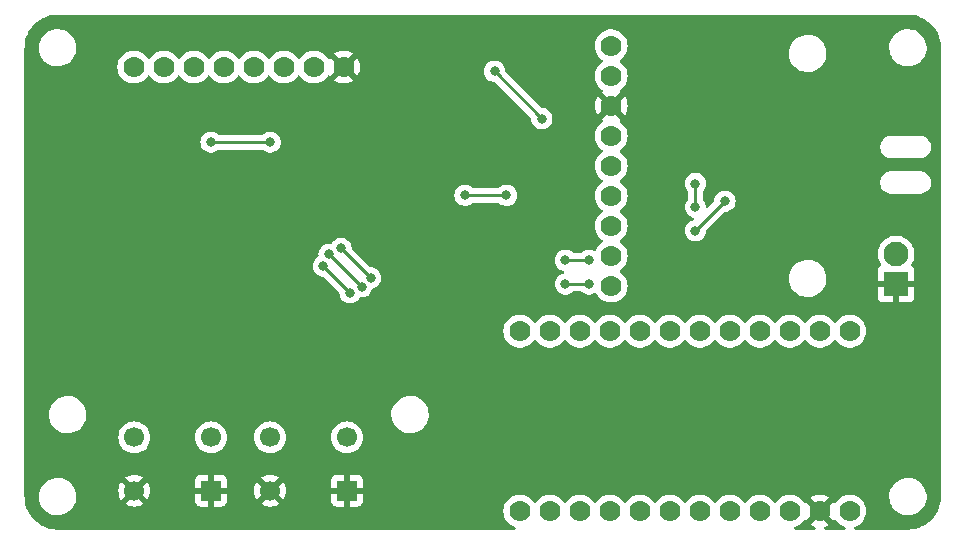
<source format=gbl>
G04 #@! TF.GenerationSoftware,KiCad,Pcbnew,7.0.2*
G04 #@! TF.CreationDate,2023-06-01T00:45:36-07:00*
G04 #@! TF.ProjectId,Reflow Skillet Rev 1,5265666c-6f77-4205-936b-696c6c657420,rev?*
G04 #@! TF.SameCoordinates,Original*
G04 #@! TF.FileFunction,Copper,L2,Bot*
G04 #@! TF.FilePolarity,Positive*
%FSLAX46Y46*%
G04 Gerber Fmt 4.6, Leading zero omitted, Abs format (unit mm)*
G04 Created by KiCad (PCBNEW 7.0.2) date 2023-06-01 00:45:36*
%MOMM*%
%LPD*%
G01*
G04 APERTURE LIST*
G04 #@! TA.AperFunction,ComponentPad*
%ADD10C,1.778000*%
G04 #@! TD*
G04 #@! TA.AperFunction,ComponentPad*
%ADD11R,1.700000X1.700000*%
G04 #@! TD*
G04 #@! TA.AperFunction,ComponentPad*
%ADD12C,1.700000*%
G04 #@! TD*
G04 #@! TA.AperFunction,ComponentPad*
%ADD13R,2.100000X2.100000*%
G04 #@! TD*
G04 #@! TA.AperFunction,ComponentPad*
%ADD14C,2.100000*%
G04 #@! TD*
G04 #@! TA.AperFunction,ViaPad*
%ADD15C,0.800000*%
G04 #@! TD*
G04 #@! TA.AperFunction,Conductor*
%ADD16C,0.250000*%
G04 #@! TD*
G04 APERTURE END LIST*
D10*
X190080000Y-57000000D03*
X187540000Y-57000000D03*
X185000000Y-57000000D03*
X182460000Y-57000000D03*
X179920000Y-57000000D03*
X177380000Y-57000000D03*
X174840000Y-57000000D03*
X172300000Y-57000000D03*
X169760000Y-57000000D03*
X167220000Y-57000000D03*
X164680000Y-57000000D03*
X162140000Y-57000000D03*
X190080000Y-72240000D03*
X187540000Y-72240000D03*
X185000000Y-72240000D03*
X182460000Y-72240000D03*
X179920000Y-72240000D03*
X177380000Y-72240000D03*
X174840000Y-72240000D03*
X172300000Y-72240000D03*
X169760000Y-72240000D03*
X167220000Y-72240000D03*
X164680000Y-72240000D03*
X162140000Y-72240000D03*
D11*
X147500000Y-70500000D03*
D12*
X141000000Y-70500000D03*
X147500000Y-66000000D03*
X141000000Y-66000000D03*
D10*
X147239000Y-34632000D03*
X144699000Y-34632000D03*
X142159000Y-34632000D03*
X139619000Y-34632000D03*
X137079000Y-34632000D03*
X134539000Y-34632000D03*
X131999000Y-34632000D03*
X129459000Y-34632000D03*
D13*
X194000000Y-53000000D03*
D14*
X194000000Y-50460000D03*
D10*
X169872000Y-53160000D03*
X169872000Y-50620000D03*
X169872000Y-48080000D03*
X169872000Y-45540000D03*
X169872000Y-43000000D03*
X169872000Y-40460000D03*
X169872000Y-37920000D03*
X169872000Y-35380000D03*
X169872000Y-32840000D03*
D11*
X136000000Y-70500000D03*
D12*
X129500000Y-70500000D03*
X136000000Y-66000000D03*
X129500000Y-66000000D03*
D15*
X163500000Y-54750000D03*
X166000000Y-54750000D03*
X135750000Y-38500000D03*
X138500000Y-38500000D03*
X167000000Y-63500000D03*
X174750000Y-41750000D03*
X174750000Y-44250000D03*
X179500000Y-46000000D03*
X177000000Y-48500000D03*
X176500000Y-52000000D03*
X133000000Y-39000000D03*
X155000000Y-47500000D03*
X144500000Y-42000000D03*
X157500000Y-45500000D03*
X181500000Y-64000000D03*
X149500000Y-59500000D03*
X161000000Y-45500000D03*
X141000000Y-41000000D03*
X147000000Y-50000000D03*
X149500000Y-52500000D03*
X136000000Y-41000000D03*
X146000000Y-50500000D03*
X148750000Y-53250000D03*
X145502531Y-51497469D03*
X147760813Y-53739187D03*
X177000000Y-44500000D03*
X177000000Y-46500000D03*
X166000000Y-51000000D03*
X168000000Y-51000000D03*
X168000000Y-53000000D03*
X166000000Y-53000000D03*
X160000000Y-35000000D03*
X164000000Y-39000000D03*
X138000000Y-60000000D03*
D16*
X177000000Y-48500000D02*
X179500000Y-46000000D01*
X177000000Y-46500000D02*
X177000000Y-44500000D01*
X141000000Y-41000000D02*
X136000000Y-41000000D01*
X157500000Y-45500000D02*
X161000000Y-45500000D01*
X149500000Y-52500000D02*
X147000000Y-50000000D01*
X148750000Y-53250000D02*
X146000000Y-50500000D01*
X147760813Y-53739187D02*
X145502531Y-51497469D01*
X166000000Y-51000000D02*
X168000000Y-51000000D01*
X166000000Y-53000000D02*
X168000000Y-53000000D01*
X164000000Y-39000000D02*
X160000000Y-35000000D01*
G04 #@! TA.AperFunction,Conductor*
G36*
X195003472Y-30200695D02*
G01*
X195306503Y-30217713D01*
X195320301Y-30219267D01*
X195616080Y-30269522D01*
X195629636Y-30272616D01*
X195917927Y-30355672D01*
X195931051Y-30360265D01*
X196208222Y-30475072D01*
X196220744Y-30481101D01*
X196423184Y-30592986D01*
X196483328Y-30626227D01*
X196495102Y-30633625D01*
X196739789Y-30807239D01*
X196750657Y-30815907D01*
X196974352Y-31015815D01*
X196984184Y-31025647D01*
X197184092Y-31249342D01*
X197192763Y-31260214D01*
X197366374Y-31504897D01*
X197373772Y-31516671D01*
X197518894Y-31779248D01*
X197524927Y-31791777D01*
X197639734Y-32068948D01*
X197644327Y-32082072D01*
X197727383Y-32370363D01*
X197730477Y-32383920D01*
X197780730Y-32679688D01*
X197782287Y-32693506D01*
X197799305Y-32996527D01*
X197799500Y-33003480D01*
X197799500Y-70996519D01*
X197799305Y-71003472D01*
X197782287Y-71306493D01*
X197780730Y-71320311D01*
X197730477Y-71616079D01*
X197727383Y-71629636D01*
X197644327Y-71917927D01*
X197639734Y-71931051D01*
X197524927Y-72208222D01*
X197518894Y-72220751D01*
X197373772Y-72483328D01*
X197366374Y-72495102D01*
X197192763Y-72739785D01*
X197184092Y-72750657D01*
X196984184Y-72974352D01*
X196974352Y-72984184D01*
X196750657Y-73184092D01*
X196739785Y-73192763D01*
X196495102Y-73366374D01*
X196483328Y-73373772D01*
X196220751Y-73518894D01*
X196208222Y-73524927D01*
X195931051Y-73639734D01*
X195917927Y-73644327D01*
X195629636Y-73727383D01*
X195616079Y-73730477D01*
X195320311Y-73780730D01*
X195306493Y-73782287D01*
X195003472Y-73799305D01*
X194996519Y-73799500D01*
X190559765Y-73799500D01*
X190492726Y-73779815D01*
X190446971Y-73727011D01*
X190437027Y-73657853D01*
X190466052Y-73594297D01*
X190519502Y-73558219D01*
X190561172Y-73543912D01*
X190640069Y-73516828D01*
X190842589Y-73407229D01*
X191024308Y-73265792D01*
X191180269Y-73096373D01*
X191306217Y-72903595D01*
X191398717Y-72692716D01*
X191455246Y-72469488D01*
X191474262Y-72240000D01*
X191455246Y-72010512D01*
X191398717Y-71787284D01*
X191306217Y-71576405D01*
X191180269Y-71383627D01*
X191024308Y-71214208D01*
X190842589Y-71072771D01*
X190826092Y-71063843D01*
X193415643Y-71063843D01*
X193446403Y-71317171D01*
X193510879Y-71539766D01*
X193517399Y-71562276D01*
X193542381Y-71614925D01*
X193626794Y-71792822D01*
X193669821Y-71855157D01*
X193771754Y-72002832D01*
X193948525Y-72186870D01*
X194152529Y-72340169D01*
X194274179Y-72404016D01*
X194378478Y-72458757D01*
X194378481Y-72458758D01*
X194620531Y-72539566D01*
X194777692Y-72565107D01*
X194872408Y-72580500D01*
X194872409Y-72580500D01*
X195061209Y-72580500D01*
X195063694Y-72580500D01*
X195254355Y-72565108D01*
X195502122Y-72504039D01*
X195736885Y-72404016D01*
X195952562Y-72267630D01*
X196143569Y-72098413D01*
X196304958Y-71900747D01*
X196432549Y-71679753D01*
X196523038Y-71441153D01*
X196574081Y-71191128D01*
X196581923Y-70996519D01*
X196584356Y-70936156D01*
X196574326Y-70853553D01*
X196553597Y-70682831D01*
X196482601Y-70437724D01*
X196373206Y-70207179D01*
X196346992Y-70169202D01*
X196298709Y-70099252D01*
X196228246Y-69997168D01*
X196051475Y-69813130D01*
X195847471Y-69659831D01*
X195743916Y-69605481D01*
X195621521Y-69541242D01*
X195379466Y-69460433D01*
X195127592Y-69419500D01*
X195127591Y-69419500D01*
X194936306Y-69419500D01*
X194933851Y-69419698D01*
X194933830Y-69419699D01*
X194745645Y-69434892D01*
X194497879Y-69495960D01*
X194263110Y-69595986D01*
X194047441Y-69732367D01*
X193856428Y-69901589D01*
X193695041Y-70099252D01*
X193567451Y-70320246D01*
X193476961Y-70558847D01*
X193425918Y-70808874D01*
X193415643Y-71063843D01*
X190826092Y-71063843D01*
X190640069Y-70963172D01*
X190640065Y-70963170D01*
X190640064Y-70963170D01*
X190422273Y-70888402D01*
X190270848Y-70863134D01*
X190195137Y-70850500D01*
X189964863Y-70850500D01*
X189908079Y-70859975D01*
X189737726Y-70888402D01*
X189519935Y-70963170D01*
X189317409Y-71072772D01*
X189135691Y-71214208D01*
X188979728Y-71383630D01*
X188913509Y-71484986D01*
X188860363Y-71530343D01*
X188791132Y-71539766D01*
X188727796Y-71510264D01*
X188705893Y-71484986D01*
X188683239Y-71450312D01*
X188029521Y-72104029D01*
X188006845Y-72026799D01*
X187927869Y-71903910D01*
X187817470Y-71808248D01*
X187684592Y-71747565D01*
X187679600Y-71746847D01*
X188330959Y-71095487D01*
X188330959Y-71095485D01*
X188302317Y-71073193D01*
X188099862Y-70963630D01*
X187882151Y-70888889D01*
X187655095Y-70851000D01*
X187424905Y-70851000D01*
X187197848Y-70888889D01*
X186980134Y-70963631D01*
X186777682Y-71073192D01*
X186749039Y-71095484D01*
X186749039Y-71095486D01*
X187400400Y-71746847D01*
X187395408Y-71747565D01*
X187262530Y-71808248D01*
X187152131Y-71903910D01*
X187073155Y-72026799D01*
X187050477Y-72104030D01*
X186396759Y-71450312D01*
X186374106Y-71484986D01*
X186320960Y-71530342D01*
X186251729Y-71539766D01*
X186188393Y-71510264D01*
X186166489Y-71484985D01*
X186143836Y-71450312D01*
X186100269Y-71383627D01*
X185944308Y-71214208D01*
X185762589Y-71072771D01*
X185560069Y-70963172D01*
X185560065Y-70963170D01*
X185560064Y-70963170D01*
X185342273Y-70888402D01*
X185190848Y-70863134D01*
X185115137Y-70850500D01*
X184884863Y-70850500D01*
X184828079Y-70859975D01*
X184657726Y-70888402D01*
X184439935Y-70963170D01*
X184237409Y-71072772D01*
X184055691Y-71214208D01*
X183960908Y-71317171D01*
X183899731Y-71383627D01*
X183862148Y-71441153D01*
X183833809Y-71484529D01*
X183780662Y-71529885D01*
X183711431Y-71539309D01*
X183648095Y-71509807D01*
X183626191Y-71484529D01*
X183603836Y-71450312D01*
X183560269Y-71383627D01*
X183404308Y-71214208D01*
X183222589Y-71072771D01*
X183020069Y-70963172D01*
X183020065Y-70963170D01*
X183020064Y-70963170D01*
X182802273Y-70888402D01*
X182650848Y-70863134D01*
X182575137Y-70850500D01*
X182344863Y-70850500D01*
X182288079Y-70859975D01*
X182117726Y-70888402D01*
X181899935Y-70963170D01*
X181697409Y-71072772D01*
X181515691Y-71214208D01*
X181420908Y-71317171D01*
X181359731Y-71383627D01*
X181322148Y-71441153D01*
X181293809Y-71484529D01*
X181240662Y-71529885D01*
X181171431Y-71539309D01*
X181108095Y-71509807D01*
X181086191Y-71484529D01*
X181063836Y-71450312D01*
X181020269Y-71383627D01*
X180864308Y-71214208D01*
X180682589Y-71072771D01*
X180480069Y-70963172D01*
X180480065Y-70963170D01*
X180480064Y-70963170D01*
X180262273Y-70888402D01*
X180110848Y-70863134D01*
X180035137Y-70850500D01*
X179804863Y-70850500D01*
X179748079Y-70859975D01*
X179577726Y-70888402D01*
X179359935Y-70963170D01*
X179157409Y-71072772D01*
X178975691Y-71214208D01*
X178880908Y-71317171D01*
X178819731Y-71383627D01*
X178782148Y-71441153D01*
X178753809Y-71484529D01*
X178700662Y-71529885D01*
X178631431Y-71539309D01*
X178568095Y-71509807D01*
X178546191Y-71484529D01*
X178523836Y-71450312D01*
X178480269Y-71383627D01*
X178324308Y-71214208D01*
X178142589Y-71072771D01*
X177940069Y-70963172D01*
X177940065Y-70963170D01*
X177940064Y-70963170D01*
X177722273Y-70888402D01*
X177570848Y-70863134D01*
X177495137Y-70850500D01*
X177264863Y-70850500D01*
X177208079Y-70859975D01*
X177037726Y-70888402D01*
X176819935Y-70963170D01*
X176617409Y-71072772D01*
X176435691Y-71214208D01*
X176340908Y-71317171D01*
X176279731Y-71383627D01*
X176242148Y-71441153D01*
X176213809Y-71484529D01*
X176160662Y-71529885D01*
X176091431Y-71539309D01*
X176028095Y-71509807D01*
X176006191Y-71484529D01*
X175983836Y-71450312D01*
X175940269Y-71383627D01*
X175784308Y-71214208D01*
X175602589Y-71072771D01*
X175400069Y-70963172D01*
X175400065Y-70963170D01*
X175400064Y-70963170D01*
X175182273Y-70888402D01*
X175030848Y-70863134D01*
X174955137Y-70850500D01*
X174724863Y-70850500D01*
X174668079Y-70859975D01*
X174497726Y-70888402D01*
X174279935Y-70963170D01*
X174077409Y-71072772D01*
X173895691Y-71214208D01*
X173800908Y-71317171D01*
X173739731Y-71383627D01*
X173702148Y-71441153D01*
X173673809Y-71484529D01*
X173620662Y-71529885D01*
X173551431Y-71539309D01*
X173488095Y-71509807D01*
X173466191Y-71484529D01*
X173443836Y-71450312D01*
X173400269Y-71383627D01*
X173244308Y-71214208D01*
X173062589Y-71072771D01*
X172860069Y-70963172D01*
X172860065Y-70963170D01*
X172860064Y-70963170D01*
X172642273Y-70888402D01*
X172490848Y-70863134D01*
X172415137Y-70850500D01*
X172184863Y-70850500D01*
X172128079Y-70859975D01*
X171957726Y-70888402D01*
X171739935Y-70963170D01*
X171537409Y-71072772D01*
X171355691Y-71214208D01*
X171260908Y-71317171D01*
X171199731Y-71383627D01*
X171162148Y-71441153D01*
X171133809Y-71484529D01*
X171080662Y-71529885D01*
X171011431Y-71539309D01*
X170948095Y-71509807D01*
X170926191Y-71484529D01*
X170903836Y-71450312D01*
X170860269Y-71383627D01*
X170704308Y-71214208D01*
X170522589Y-71072771D01*
X170320069Y-70963172D01*
X170320065Y-70963170D01*
X170320064Y-70963170D01*
X170102273Y-70888402D01*
X169950848Y-70863134D01*
X169875137Y-70850500D01*
X169644863Y-70850500D01*
X169588079Y-70859975D01*
X169417726Y-70888402D01*
X169199935Y-70963170D01*
X168997409Y-71072772D01*
X168815691Y-71214208D01*
X168720908Y-71317171D01*
X168659731Y-71383627D01*
X168622148Y-71441153D01*
X168593809Y-71484529D01*
X168540662Y-71529885D01*
X168471431Y-71539309D01*
X168408095Y-71509807D01*
X168386191Y-71484529D01*
X168363836Y-71450312D01*
X168320269Y-71383627D01*
X168164308Y-71214208D01*
X167982589Y-71072771D01*
X167780069Y-70963172D01*
X167780065Y-70963170D01*
X167780064Y-70963170D01*
X167562273Y-70888402D01*
X167410848Y-70863134D01*
X167335137Y-70850500D01*
X167104863Y-70850500D01*
X167048079Y-70859975D01*
X166877726Y-70888402D01*
X166659935Y-70963170D01*
X166457409Y-71072772D01*
X166275691Y-71214208D01*
X166180908Y-71317171D01*
X166119731Y-71383627D01*
X166082148Y-71441153D01*
X166053809Y-71484529D01*
X166000662Y-71529885D01*
X165931431Y-71539309D01*
X165868095Y-71509807D01*
X165846191Y-71484529D01*
X165823836Y-71450312D01*
X165780269Y-71383627D01*
X165624308Y-71214208D01*
X165442589Y-71072771D01*
X165240069Y-70963172D01*
X165240065Y-70963170D01*
X165240064Y-70963170D01*
X165022273Y-70888402D01*
X164870848Y-70863134D01*
X164795137Y-70850500D01*
X164564863Y-70850500D01*
X164508079Y-70859975D01*
X164337726Y-70888402D01*
X164119935Y-70963170D01*
X163917409Y-71072772D01*
X163735691Y-71214208D01*
X163640908Y-71317171D01*
X163579731Y-71383627D01*
X163542148Y-71441153D01*
X163513809Y-71484529D01*
X163460662Y-71529885D01*
X163391431Y-71539309D01*
X163328095Y-71509807D01*
X163306191Y-71484529D01*
X163283836Y-71450312D01*
X163240269Y-71383627D01*
X163084308Y-71214208D01*
X162902589Y-71072771D01*
X162700069Y-70963172D01*
X162700065Y-70963170D01*
X162700064Y-70963170D01*
X162482273Y-70888402D01*
X162330848Y-70863134D01*
X162255137Y-70850500D01*
X162024863Y-70850500D01*
X161968079Y-70859975D01*
X161797726Y-70888402D01*
X161579935Y-70963170D01*
X161377409Y-71072772D01*
X161195691Y-71214208D01*
X161100908Y-71317171D01*
X161039731Y-71383627D01*
X161002148Y-71441152D01*
X160913781Y-71576407D01*
X160838705Y-71747565D01*
X160821283Y-71787284D01*
X160815974Y-71808248D01*
X160764753Y-72010516D01*
X160745737Y-72240000D01*
X160764753Y-72469483D01*
X160764753Y-72469486D01*
X160764754Y-72469488D01*
X160815974Y-72671752D01*
X160821284Y-72692718D01*
X160913781Y-72903592D01*
X160913783Y-72903595D01*
X161039731Y-73096373D01*
X161195692Y-73265792D01*
X161377411Y-73407229D01*
X161579931Y-73516828D01*
X161603523Y-73524927D01*
X161700498Y-73558219D01*
X161757513Y-73598604D01*
X161783644Y-73663404D01*
X161770593Y-73732044D01*
X161722504Y-73782732D01*
X161660235Y-73799500D01*
X123003481Y-73799500D01*
X122996528Y-73799305D01*
X122693506Y-73782287D01*
X122679688Y-73780730D01*
X122383920Y-73730477D01*
X122370363Y-73727383D01*
X122082072Y-73644327D01*
X122068948Y-73639734D01*
X121791777Y-73524927D01*
X121779248Y-73518894D01*
X121516671Y-73373772D01*
X121504897Y-73366374D01*
X121260214Y-73192763D01*
X121249342Y-73184092D01*
X121025647Y-72984184D01*
X121015815Y-72974352D01*
X120815907Y-72750657D01*
X120807236Y-72739785D01*
X120773840Y-72692718D01*
X120633625Y-72495102D01*
X120626227Y-72483328D01*
X120582391Y-72404013D01*
X120481101Y-72220744D01*
X120475072Y-72208222D01*
X120360265Y-71931051D01*
X120355672Y-71917927D01*
X120272616Y-71629636D01*
X120269522Y-71616079D01*
X120265446Y-71592089D01*
X120219267Y-71320301D01*
X120217713Y-71306503D01*
X120204085Y-71063843D01*
X121415643Y-71063843D01*
X121446403Y-71317171D01*
X121510879Y-71539766D01*
X121517399Y-71562276D01*
X121542381Y-71614925D01*
X121626794Y-71792822D01*
X121669821Y-71855157D01*
X121771754Y-72002832D01*
X121948525Y-72186870D01*
X122152529Y-72340169D01*
X122274179Y-72404016D01*
X122378478Y-72458757D01*
X122378481Y-72458758D01*
X122620531Y-72539566D01*
X122777692Y-72565107D01*
X122872408Y-72580500D01*
X122872409Y-72580500D01*
X123061209Y-72580500D01*
X123063694Y-72580500D01*
X123254355Y-72565108D01*
X123502122Y-72504039D01*
X123736885Y-72404016D01*
X123952562Y-72267630D01*
X124143569Y-72098413D01*
X124304958Y-71900747D01*
X124432549Y-71679753D01*
X124523038Y-71441153D01*
X124574081Y-71191128D01*
X124581923Y-70996519D01*
X124584356Y-70936156D01*
X124574326Y-70853553D01*
X124553597Y-70682831D01*
X124500639Y-70499999D01*
X128144842Y-70499999D01*
X128165430Y-70735318D01*
X128226569Y-70963492D01*
X128326400Y-71177580D01*
X128385073Y-71261373D01*
X129016922Y-70629523D01*
X129040507Y-70709844D01*
X129118239Y-70830798D01*
X129226900Y-70924952D01*
X129357685Y-70984680D01*
X129367466Y-70986086D01*
X128738625Y-71614925D01*
X128822420Y-71673599D01*
X129036507Y-71773430D01*
X129264681Y-71834569D01*
X129500000Y-71855157D01*
X129735318Y-71834569D01*
X129963492Y-71773430D01*
X130177576Y-71673600D01*
X130261373Y-71614925D01*
X130040966Y-71394518D01*
X134650000Y-71394518D01*
X134650354Y-71401132D01*
X134656400Y-71457371D01*
X134706647Y-71592089D01*
X134792811Y-71707188D01*
X134907910Y-71793352D01*
X135042628Y-71843599D01*
X135098867Y-71849645D01*
X135105482Y-71850000D01*
X135750000Y-71850000D01*
X135750000Y-70935501D01*
X135857685Y-70984680D01*
X135964237Y-71000000D01*
X136035763Y-71000000D01*
X136142315Y-70984680D01*
X136250000Y-70935501D01*
X136250000Y-71850000D01*
X136894518Y-71850000D01*
X136901132Y-71849645D01*
X136957371Y-71843599D01*
X137092089Y-71793352D01*
X137207188Y-71707188D01*
X137293352Y-71592089D01*
X137343599Y-71457371D01*
X137349645Y-71401132D01*
X137350000Y-71394518D01*
X137350000Y-70750000D01*
X136433686Y-70750000D01*
X136459493Y-70709844D01*
X136500000Y-70571889D01*
X136500000Y-70500000D01*
X139644842Y-70500000D01*
X139665430Y-70735318D01*
X139726569Y-70963492D01*
X139826400Y-71177580D01*
X139885073Y-71261373D01*
X140516923Y-70629523D01*
X140540507Y-70709844D01*
X140618239Y-70830798D01*
X140726900Y-70924952D01*
X140857685Y-70984680D01*
X140867466Y-70986086D01*
X140238625Y-71614925D01*
X140322420Y-71673599D01*
X140536507Y-71773430D01*
X140764681Y-71834569D01*
X141000000Y-71855157D01*
X141235318Y-71834569D01*
X141463492Y-71773430D01*
X141677576Y-71673600D01*
X141761373Y-71614925D01*
X141540966Y-71394518D01*
X146150000Y-71394518D01*
X146150354Y-71401132D01*
X146156400Y-71457371D01*
X146206647Y-71592089D01*
X146292811Y-71707188D01*
X146407910Y-71793352D01*
X146542628Y-71843599D01*
X146598867Y-71849645D01*
X146605482Y-71850000D01*
X147250000Y-71850000D01*
X147250000Y-70935501D01*
X147357685Y-70984680D01*
X147464237Y-71000000D01*
X147535763Y-71000000D01*
X147642315Y-70984680D01*
X147750000Y-70935501D01*
X147750000Y-71850000D01*
X148394518Y-71850000D01*
X148401132Y-71849645D01*
X148457371Y-71843599D01*
X148592089Y-71793352D01*
X148707188Y-71707188D01*
X148793352Y-71592089D01*
X148843599Y-71457371D01*
X148849645Y-71401132D01*
X148850000Y-71394518D01*
X148850000Y-70750000D01*
X147933686Y-70750000D01*
X147959493Y-70709844D01*
X148000000Y-70571889D01*
X148000000Y-70428111D01*
X147959493Y-70290156D01*
X147933686Y-70250000D01*
X148850000Y-70250000D01*
X148850000Y-69605481D01*
X148849645Y-69598867D01*
X148843599Y-69542628D01*
X148793352Y-69407910D01*
X148707188Y-69292811D01*
X148592089Y-69206647D01*
X148457371Y-69156400D01*
X148401132Y-69150354D01*
X148394518Y-69150000D01*
X147750000Y-69150000D01*
X147750000Y-70064498D01*
X147642315Y-70015320D01*
X147535763Y-70000000D01*
X147464237Y-70000000D01*
X147357685Y-70015320D01*
X147250000Y-70064498D01*
X147250000Y-69150000D01*
X146605482Y-69150000D01*
X146598867Y-69150354D01*
X146542628Y-69156400D01*
X146407910Y-69206647D01*
X146292811Y-69292811D01*
X146206647Y-69407910D01*
X146156400Y-69542628D01*
X146150354Y-69598867D01*
X146150000Y-69605481D01*
X146150000Y-70250000D01*
X147066314Y-70250000D01*
X147040507Y-70290156D01*
X147000000Y-70428111D01*
X147000000Y-70571889D01*
X147040507Y-70709844D01*
X147066314Y-70750000D01*
X146150000Y-70750000D01*
X146150000Y-71394518D01*
X141540966Y-71394518D01*
X141132533Y-70986086D01*
X141142315Y-70984680D01*
X141273100Y-70924952D01*
X141381761Y-70830798D01*
X141459493Y-70709844D01*
X141483076Y-70629524D01*
X142114925Y-71261373D01*
X142173600Y-71177576D01*
X142273430Y-70963492D01*
X142334569Y-70735318D01*
X142355157Y-70499999D01*
X142334569Y-70264681D01*
X142273430Y-70036507D01*
X142173599Y-69822421D01*
X142114926Y-69738626D01*
X142114925Y-69738625D01*
X141483076Y-70370475D01*
X141459493Y-70290156D01*
X141381761Y-70169202D01*
X141273100Y-70075048D01*
X141142315Y-70015320D01*
X141132533Y-70013913D01*
X141761373Y-69385073D01*
X141761373Y-69385072D01*
X141677580Y-69326400D01*
X141463492Y-69226569D01*
X141235318Y-69165430D01*
X141000000Y-69144842D01*
X140764681Y-69165430D01*
X140536507Y-69226569D01*
X140322422Y-69326399D01*
X140238625Y-69385072D01*
X140867466Y-70013913D01*
X140857685Y-70015320D01*
X140726900Y-70075048D01*
X140618239Y-70169202D01*
X140540507Y-70290156D01*
X140516923Y-70370475D01*
X139885073Y-69738625D01*
X139885072Y-69738625D01*
X139826399Y-69822422D01*
X139726569Y-70036507D01*
X139665430Y-70264681D01*
X139644842Y-70500000D01*
X136500000Y-70500000D01*
X136500000Y-70428111D01*
X136459493Y-70290156D01*
X136433686Y-70250000D01*
X137350000Y-70250000D01*
X137350000Y-69605481D01*
X137349645Y-69598867D01*
X137343599Y-69542628D01*
X137293352Y-69407910D01*
X137207188Y-69292811D01*
X137092089Y-69206647D01*
X136957371Y-69156400D01*
X136901132Y-69150354D01*
X136894518Y-69150000D01*
X136250000Y-69150000D01*
X136250000Y-70064498D01*
X136142315Y-70015320D01*
X136035763Y-70000000D01*
X135964237Y-70000000D01*
X135857685Y-70015320D01*
X135750000Y-70064498D01*
X135750000Y-69150000D01*
X135105482Y-69150000D01*
X135098867Y-69150354D01*
X135042628Y-69156400D01*
X134907910Y-69206647D01*
X134792811Y-69292811D01*
X134706647Y-69407910D01*
X134656400Y-69542628D01*
X134650354Y-69598867D01*
X134650000Y-69605481D01*
X134650000Y-70250000D01*
X135566314Y-70250000D01*
X135540507Y-70290156D01*
X135500000Y-70428111D01*
X135500000Y-70571889D01*
X135540507Y-70709844D01*
X135566314Y-70750000D01*
X134650000Y-70750000D01*
X134650000Y-71394518D01*
X130040966Y-71394518D01*
X129632533Y-70986086D01*
X129642315Y-70984680D01*
X129773100Y-70924952D01*
X129881761Y-70830798D01*
X129959493Y-70709844D01*
X129983076Y-70629524D01*
X130614925Y-71261373D01*
X130673600Y-71177576D01*
X130773430Y-70963492D01*
X130834569Y-70735318D01*
X130855157Y-70499999D01*
X130834569Y-70264681D01*
X130773430Y-70036507D01*
X130673599Y-69822421D01*
X130614926Y-69738626D01*
X130614925Y-69738625D01*
X129983076Y-70370475D01*
X129959493Y-70290156D01*
X129881761Y-70169202D01*
X129773100Y-70075048D01*
X129642315Y-70015320D01*
X129632533Y-70013913D01*
X130261373Y-69385073D01*
X130261373Y-69385072D01*
X130177580Y-69326400D01*
X129963492Y-69226569D01*
X129735318Y-69165430D01*
X129500000Y-69144842D01*
X129264681Y-69165430D01*
X129036507Y-69226569D01*
X128822422Y-69326399D01*
X128738625Y-69385072D01*
X129367466Y-70013913D01*
X129357685Y-70015320D01*
X129226900Y-70075048D01*
X129118239Y-70169202D01*
X129040507Y-70290156D01*
X129016923Y-70370476D01*
X128385072Y-69738625D01*
X128326399Y-69822422D01*
X128226569Y-70036507D01*
X128165430Y-70264681D01*
X128144842Y-70499999D01*
X124500639Y-70499999D01*
X124482601Y-70437724D01*
X124373206Y-70207179D01*
X124346992Y-70169202D01*
X124298709Y-70099252D01*
X124228246Y-69997168D01*
X124051475Y-69813130D01*
X123847471Y-69659831D01*
X123743916Y-69605481D01*
X123621521Y-69541242D01*
X123379466Y-69460433D01*
X123127592Y-69419500D01*
X123127591Y-69419500D01*
X122936306Y-69419500D01*
X122933851Y-69419698D01*
X122933830Y-69419699D01*
X122745645Y-69434892D01*
X122497879Y-69495960D01*
X122263110Y-69595986D01*
X122047441Y-69732367D01*
X121856428Y-69901589D01*
X121695041Y-70099252D01*
X121567451Y-70320246D01*
X121476961Y-70558847D01*
X121425918Y-70808874D01*
X121415643Y-71063843D01*
X120204085Y-71063843D01*
X120200695Y-71003472D01*
X120200500Y-70996519D01*
X120200500Y-65999999D01*
X128144340Y-65999999D01*
X128164936Y-66235407D01*
X128209709Y-66402501D01*
X128226097Y-66463663D01*
X128325965Y-66677830D01*
X128461505Y-66871401D01*
X128628599Y-67038495D01*
X128822170Y-67174035D01*
X129036337Y-67273903D01*
X129264592Y-67335063D01*
X129500000Y-67355659D01*
X129735408Y-67335063D01*
X129963663Y-67273903D01*
X130177830Y-67174035D01*
X130371401Y-67038495D01*
X130538495Y-66871401D01*
X130674035Y-66677830D01*
X130773903Y-66463663D01*
X130835063Y-66235408D01*
X130855659Y-66000000D01*
X130855659Y-65999999D01*
X134644340Y-65999999D01*
X134664936Y-66235407D01*
X134709709Y-66402501D01*
X134726097Y-66463663D01*
X134825965Y-66677830D01*
X134961505Y-66871401D01*
X135128599Y-67038495D01*
X135322170Y-67174035D01*
X135536337Y-67273903D01*
X135764592Y-67335063D01*
X136000000Y-67355659D01*
X136235408Y-67335063D01*
X136463663Y-67273903D01*
X136677830Y-67174035D01*
X136871401Y-67038495D01*
X137038495Y-66871401D01*
X137174035Y-66677830D01*
X137273903Y-66463663D01*
X137335063Y-66235408D01*
X137355659Y-66000000D01*
X139644340Y-66000000D01*
X139664936Y-66235407D01*
X139709709Y-66402501D01*
X139726097Y-66463663D01*
X139825965Y-66677830D01*
X139961505Y-66871401D01*
X140128599Y-67038495D01*
X140322170Y-67174035D01*
X140536337Y-67273903D01*
X140764592Y-67335063D01*
X141000000Y-67355659D01*
X141235408Y-67335063D01*
X141463663Y-67273903D01*
X141677830Y-67174035D01*
X141871401Y-67038495D01*
X142038495Y-66871401D01*
X142174035Y-66677830D01*
X142273903Y-66463663D01*
X142335063Y-66235408D01*
X142355659Y-66000000D01*
X146144340Y-66000000D01*
X146164936Y-66235407D01*
X146209709Y-66402502D01*
X146226097Y-66463663D01*
X146325965Y-66677830D01*
X146461505Y-66871401D01*
X146628599Y-67038495D01*
X146822170Y-67174035D01*
X147036337Y-67273903D01*
X147264592Y-67335063D01*
X147500000Y-67355659D01*
X147735408Y-67335063D01*
X147963663Y-67273903D01*
X148177830Y-67174035D01*
X148371401Y-67038495D01*
X148538495Y-66871401D01*
X148674035Y-66677830D01*
X148773903Y-66463663D01*
X148835063Y-66235408D01*
X148855659Y-66000000D01*
X148835063Y-65764592D01*
X148773903Y-65536337D01*
X148674035Y-65322171D01*
X148538495Y-65128599D01*
X148371401Y-64961505D01*
X148177830Y-64825965D01*
X147963663Y-64726097D01*
X147902502Y-64709709D01*
X147735407Y-64664936D01*
X147500000Y-64644340D01*
X147264592Y-64664936D01*
X147036336Y-64726097D01*
X146822170Y-64825965D01*
X146628598Y-64961505D01*
X146461505Y-65128598D01*
X146325965Y-65322170D01*
X146226097Y-65536336D01*
X146164936Y-65764592D01*
X146144340Y-66000000D01*
X142355659Y-66000000D01*
X142335063Y-65764592D01*
X142273903Y-65536337D01*
X142174035Y-65322171D01*
X142038495Y-65128599D01*
X141871401Y-64961505D01*
X141677830Y-64825965D01*
X141463663Y-64726097D01*
X141402502Y-64709709D01*
X141235407Y-64664936D01*
X141000000Y-64644340D01*
X140764592Y-64664936D01*
X140536336Y-64726097D01*
X140322170Y-64825965D01*
X140128598Y-64961505D01*
X139961505Y-65128598D01*
X139825965Y-65322170D01*
X139726097Y-65536336D01*
X139664936Y-65764592D01*
X139644340Y-66000000D01*
X137355659Y-66000000D01*
X137335063Y-65764592D01*
X137273903Y-65536337D01*
X137174035Y-65322171D01*
X137038495Y-65128599D01*
X136871401Y-64961505D01*
X136677830Y-64825965D01*
X136463663Y-64726097D01*
X136402502Y-64709709D01*
X136235407Y-64664936D01*
X136000000Y-64644340D01*
X135764592Y-64664936D01*
X135536336Y-64726097D01*
X135322170Y-64825965D01*
X135128598Y-64961505D01*
X134961505Y-65128598D01*
X134825965Y-65322170D01*
X134726097Y-65536336D01*
X134664936Y-65764592D01*
X134644340Y-65999999D01*
X130855659Y-65999999D01*
X130835063Y-65764592D01*
X130773903Y-65536337D01*
X130674035Y-65322171D01*
X130538495Y-65128599D01*
X130371401Y-64961505D01*
X130177830Y-64825965D01*
X129963663Y-64726097D01*
X129902501Y-64709709D01*
X129735407Y-64664936D01*
X129500000Y-64644340D01*
X129264592Y-64664936D01*
X129036336Y-64726097D01*
X128822170Y-64825965D01*
X128628598Y-64961505D01*
X128461505Y-65128598D01*
X128325965Y-65322170D01*
X128226097Y-65536336D01*
X128164936Y-65764592D01*
X128144340Y-65999999D01*
X120200500Y-65999999D01*
X120200500Y-64125843D01*
X122264643Y-64125843D01*
X122295403Y-64379171D01*
X122331315Y-64503152D01*
X122366399Y-64624276D01*
X122385693Y-64664937D01*
X122475794Y-64854822D01*
X122548274Y-64959826D01*
X122620754Y-65064832D01*
X122797525Y-65248870D01*
X123001529Y-65402169D01*
X123123179Y-65466016D01*
X123227478Y-65520757D01*
X123227481Y-65520758D01*
X123469531Y-65601566D01*
X123626692Y-65627107D01*
X123721408Y-65642500D01*
X123721409Y-65642500D01*
X123910209Y-65642500D01*
X123912694Y-65642500D01*
X124103355Y-65627108D01*
X124351122Y-65566039D01*
X124585885Y-65466016D01*
X124801562Y-65329630D01*
X124992569Y-65160413D01*
X125153958Y-64962747D01*
X125281549Y-64741753D01*
X125372038Y-64503153D01*
X125423081Y-64253128D01*
X125428210Y-64125843D01*
X151264643Y-64125843D01*
X151295403Y-64379171D01*
X151331315Y-64503152D01*
X151366399Y-64624276D01*
X151385693Y-64664937D01*
X151475794Y-64854822D01*
X151548274Y-64959826D01*
X151620754Y-65064832D01*
X151797525Y-65248870D01*
X152001529Y-65402169D01*
X152123179Y-65466016D01*
X152227478Y-65520757D01*
X152227481Y-65520758D01*
X152469531Y-65601566D01*
X152626692Y-65627107D01*
X152721408Y-65642500D01*
X152721409Y-65642500D01*
X152910209Y-65642500D01*
X152912694Y-65642500D01*
X153103355Y-65627108D01*
X153351122Y-65566039D01*
X153585885Y-65466016D01*
X153801562Y-65329630D01*
X153992569Y-65160413D01*
X154153958Y-64962747D01*
X154281549Y-64741753D01*
X154372038Y-64503153D01*
X154423081Y-64253128D01*
X154433356Y-63998153D01*
X154402597Y-63744831D01*
X154331601Y-63499724D01*
X154222206Y-63269179D01*
X154077246Y-63059168D01*
X153900475Y-62875130D01*
X153696471Y-62721831D01*
X153574825Y-62657986D01*
X153470521Y-62603242D01*
X153228466Y-62522433D01*
X152976592Y-62481500D01*
X152976591Y-62481500D01*
X152785306Y-62481500D01*
X152782851Y-62481698D01*
X152782830Y-62481699D01*
X152594645Y-62496892D01*
X152346879Y-62557960D01*
X152112110Y-62657986D01*
X151896441Y-62794367D01*
X151705428Y-62963589D01*
X151544041Y-63161252D01*
X151416451Y-63382246D01*
X151325961Y-63620847D01*
X151274918Y-63870874D01*
X151264643Y-64125843D01*
X125428210Y-64125843D01*
X125433356Y-63998153D01*
X125402597Y-63744831D01*
X125331601Y-63499724D01*
X125222206Y-63269179D01*
X125077246Y-63059168D01*
X124900475Y-62875130D01*
X124696471Y-62721831D01*
X124574825Y-62657986D01*
X124470521Y-62603242D01*
X124228466Y-62522433D01*
X123976592Y-62481500D01*
X123976591Y-62481500D01*
X123785306Y-62481500D01*
X123782851Y-62481698D01*
X123782830Y-62481699D01*
X123594645Y-62496892D01*
X123346879Y-62557960D01*
X123112110Y-62657986D01*
X122896441Y-62794367D01*
X122705428Y-62963589D01*
X122544041Y-63161252D01*
X122416451Y-63382246D01*
X122325961Y-63620847D01*
X122274918Y-63870874D01*
X122264643Y-64125843D01*
X120200500Y-64125843D01*
X120200500Y-57000000D01*
X160745737Y-57000000D01*
X160764753Y-57229483D01*
X160821284Y-57452718D01*
X160913781Y-57663592D01*
X160913783Y-57663595D01*
X161039731Y-57856373D01*
X161195692Y-58025792D01*
X161377411Y-58167229D01*
X161579931Y-58276828D01*
X161797729Y-58351598D01*
X162024863Y-58389500D01*
X162024864Y-58389500D01*
X162255136Y-58389500D01*
X162255137Y-58389500D01*
X162482271Y-58351598D01*
X162700069Y-58276828D01*
X162902589Y-58167229D01*
X163084308Y-58025792D01*
X163240269Y-57856373D01*
X163306191Y-57755470D01*
X163359336Y-57710115D01*
X163428567Y-57700691D01*
X163491903Y-57730193D01*
X163513807Y-57755471D01*
X163579728Y-57856369D01*
X163579731Y-57856373D01*
X163735692Y-58025792D01*
X163917411Y-58167229D01*
X164119931Y-58276828D01*
X164337729Y-58351598D01*
X164564863Y-58389500D01*
X164564864Y-58389500D01*
X164795136Y-58389500D01*
X164795137Y-58389500D01*
X165022271Y-58351598D01*
X165240069Y-58276828D01*
X165442589Y-58167229D01*
X165624308Y-58025792D01*
X165780269Y-57856373D01*
X165846192Y-57755470D01*
X165899338Y-57710115D01*
X165968569Y-57700691D01*
X166031905Y-57730193D01*
X166053807Y-57755468D01*
X166119731Y-57856373D01*
X166275692Y-58025792D01*
X166457411Y-58167229D01*
X166659931Y-58276828D01*
X166877729Y-58351598D01*
X167104863Y-58389500D01*
X167104864Y-58389500D01*
X167335136Y-58389500D01*
X167335137Y-58389500D01*
X167562271Y-58351598D01*
X167780069Y-58276828D01*
X167982589Y-58167229D01*
X168164308Y-58025792D01*
X168320269Y-57856373D01*
X168386192Y-57755470D01*
X168439338Y-57710115D01*
X168508569Y-57700691D01*
X168571905Y-57730193D01*
X168593807Y-57755468D01*
X168659731Y-57856373D01*
X168815692Y-58025792D01*
X168997411Y-58167229D01*
X169199931Y-58276828D01*
X169417729Y-58351598D01*
X169644863Y-58389500D01*
X169644864Y-58389500D01*
X169875136Y-58389500D01*
X169875137Y-58389500D01*
X170102271Y-58351598D01*
X170320069Y-58276828D01*
X170522589Y-58167229D01*
X170704308Y-58025792D01*
X170860269Y-57856373D01*
X170926192Y-57755470D01*
X170979337Y-57710114D01*
X171048569Y-57700690D01*
X171111904Y-57730192D01*
X171133807Y-57755468D01*
X171199731Y-57856373D01*
X171355692Y-58025792D01*
X171537411Y-58167229D01*
X171739931Y-58276828D01*
X171957729Y-58351598D01*
X172184863Y-58389500D01*
X172184864Y-58389500D01*
X172415136Y-58389500D01*
X172415137Y-58389500D01*
X172642271Y-58351598D01*
X172860069Y-58276828D01*
X173062589Y-58167229D01*
X173244308Y-58025792D01*
X173400269Y-57856373D01*
X173466192Y-57755470D01*
X173519338Y-57710115D01*
X173588569Y-57700691D01*
X173651905Y-57730193D01*
X173673807Y-57755468D01*
X173739731Y-57856373D01*
X173895692Y-58025792D01*
X174077411Y-58167229D01*
X174279931Y-58276828D01*
X174497729Y-58351598D01*
X174724863Y-58389500D01*
X174724864Y-58389500D01*
X174955136Y-58389500D01*
X174955137Y-58389500D01*
X175182271Y-58351598D01*
X175400069Y-58276828D01*
X175602589Y-58167229D01*
X175784308Y-58025792D01*
X175940269Y-57856373D01*
X176006191Y-57755470D01*
X176059336Y-57710115D01*
X176128567Y-57700691D01*
X176191903Y-57730193D01*
X176213807Y-57755471D01*
X176279728Y-57856369D01*
X176279731Y-57856373D01*
X176435692Y-58025792D01*
X176617411Y-58167229D01*
X176819931Y-58276828D01*
X177037729Y-58351598D01*
X177264863Y-58389500D01*
X177264864Y-58389500D01*
X177495136Y-58389500D01*
X177495137Y-58389500D01*
X177722271Y-58351598D01*
X177940069Y-58276828D01*
X178142589Y-58167229D01*
X178324308Y-58025792D01*
X178480269Y-57856373D01*
X178546192Y-57755470D01*
X178599338Y-57710115D01*
X178668569Y-57700691D01*
X178731905Y-57730193D01*
X178753807Y-57755468D01*
X178819731Y-57856373D01*
X178975692Y-58025792D01*
X179157411Y-58167229D01*
X179359931Y-58276828D01*
X179577729Y-58351598D01*
X179804863Y-58389500D01*
X179804864Y-58389500D01*
X180035136Y-58389500D01*
X180035137Y-58389500D01*
X180262271Y-58351598D01*
X180480069Y-58276828D01*
X180682589Y-58167229D01*
X180864308Y-58025792D01*
X181020269Y-57856373D01*
X181086192Y-57755470D01*
X181139338Y-57710115D01*
X181208569Y-57700691D01*
X181271905Y-57730193D01*
X181293807Y-57755468D01*
X181359731Y-57856373D01*
X181515692Y-58025792D01*
X181697411Y-58167229D01*
X181899931Y-58276828D01*
X182117729Y-58351598D01*
X182344863Y-58389500D01*
X182344864Y-58389500D01*
X182575136Y-58389500D01*
X182575137Y-58389500D01*
X182802271Y-58351598D01*
X183020069Y-58276828D01*
X183222589Y-58167229D01*
X183404308Y-58025792D01*
X183560269Y-57856373D01*
X183626192Y-57755470D01*
X183679338Y-57710115D01*
X183748569Y-57700691D01*
X183811905Y-57730193D01*
X183833807Y-57755468D01*
X183899731Y-57856373D01*
X184055692Y-58025792D01*
X184237411Y-58167229D01*
X184439931Y-58276828D01*
X184657729Y-58351598D01*
X184884863Y-58389500D01*
X184884864Y-58389500D01*
X185115136Y-58389500D01*
X185115137Y-58389500D01*
X185342271Y-58351598D01*
X185560069Y-58276828D01*
X185762589Y-58167229D01*
X185944308Y-58025792D01*
X186100269Y-57856373D01*
X186166192Y-57755470D01*
X186219338Y-57710115D01*
X186288569Y-57700691D01*
X186351905Y-57730193D01*
X186373807Y-57755468D01*
X186439731Y-57856373D01*
X186595692Y-58025792D01*
X186777411Y-58167229D01*
X186979931Y-58276828D01*
X187197729Y-58351598D01*
X187424863Y-58389500D01*
X187424864Y-58389500D01*
X187655136Y-58389500D01*
X187655137Y-58389500D01*
X187882271Y-58351598D01*
X188100069Y-58276828D01*
X188302589Y-58167229D01*
X188484308Y-58025792D01*
X188640269Y-57856373D01*
X188706192Y-57755470D01*
X188759338Y-57710115D01*
X188828569Y-57700691D01*
X188891905Y-57730193D01*
X188913807Y-57755468D01*
X188979731Y-57856373D01*
X189135692Y-58025792D01*
X189317411Y-58167229D01*
X189519931Y-58276828D01*
X189737729Y-58351598D01*
X189964863Y-58389500D01*
X189964864Y-58389500D01*
X190195136Y-58389500D01*
X190195137Y-58389500D01*
X190422271Y-58351598D01*
X190640069Y-58276828D01*
X190842589Y-58167229D01*
X191024308Y-58025792D01*
X191180269Y-57856373D01*
X191306217Y-57663595D01*
X191398717Y-57452716D01*
X191455246Y-57229488D01*
X191474262Y-57000000D01*
X191455246Y-56770512D01*
X191398717Y-56547284D01*
X191306217Y-56336405D01*
X191180269Y-56143627D01*
X191024308Y-55974208D01*
X190842589Y-55832771D01*
X190640069Y-55723172D01*
X190640065Y-55723170D01*
X190640064Y-55723170D01*
X190422273Y-55648402D01*
X190270848Y-55623134D01*
X190195137Y-55610500D01*
X189964863Y-55610500D01*
X189908079Y-55619975D01*
X189737726Y-55648402D01*
X189519935Y-55723170D01*
X189317409Y-55832772D01*
X189135691Y-55974208D01*
X188991209Y-56131158D01*
X188979731Y-56143627D01*
X188913810Y-56244528D01*
X188913809Y-56244529D01*
X188860662Y-56289885D01*
X188791431Y-56299309D01*
X188728095Y-56269807D01*
X188706191Y-56244529D01*
X188640269Y-56143627D01*
X188484308Y-55974208D01*
X188302589Y-55832771D01*
X188100069Y-55723172D01*
X188100065Y-55723170D01*
X188100064Y-55723170D01*
X187882273Y-55648402D01*
X187730848Y-55623134D01*
X187655137Y-55610500D01*
X187424863Y-55610500D01*
X187368079Y-55619975D01*
X187197726Y-55648402D01*
X186979935Y-55723170D01*
X186777409Y-55832772D01*
X186595691Y-55974208D01*
X186451209Y-56131158D01*
X186439731Y-56143627D01*
X186373810Y-56244528D01*
X186373809Y-56244529D01*
X186320662Y-56289885D01*
X186251431Y-56299309D01*
X186188095Y-56269807D01*
X186166191Y-56244529D01*
X186100269Y-56143627D01*
X185944308Y-55974208D01*
X185762589Y-55832771D01*
X185560069Y-55723172D01*
X185560065Y-55723170D01*
X185560064Y-55723170D01*
X185342273Y-55648402D01*
X185190848Y-55623134D01*
X185115137Y-55610500D01*
X184884863Y-55610500D01*
X184828079Y-55619975D01*
X184657726Y-55648402D01*
X184439935Y-55723170D01*
X184237409Y-55832772D01*
X184055691Y-55974208D01*
X183911209Y-56131158D01*
X183899731Y-56143627D01*
X183833810Y-56244528D01*
X183833809Y-56244529D01*
X183780662Y-56289885D01*
X183711431Y-56299309D01*
X183648095Y-56269807D01*
X183626191Y-56244529D01*
X183560269Y-56143627D01*
X183404308Y-55974208D01*
X183222589Y-55832771D01*
X183020069Y-55723172D01*
X183020065Y-55723170D01*
X183020064Y-55723170D01*
X182802273Y-55648402D01*
X182650848Y-55623134D01*
X182575137Y-55610500D01*
X182344863Y-55610500D01*
X182288079Y-55619975D01*
X182117726Y-55648402D01*
X181899935Y-55723170D01*
X181697409Y-55832772D01*
X181515691Y-55974208D01*
X181371209Y-56131158D01*
X181359731Y-56143627D01*
X181293810Y-56244528D01*
X181293809Y-56244529D01*
X181240662Y-56289885D01*
X181171431Y-56299309D01*
X181108095Y-56269807D01*
X181086191Y-56244529D01*
X181020269Y-56143627D01*
X180864308Y-55974208D01*
X180682589Y-55832771D01*
X180480069Y-55723172D01*
X180480065Y-55723170D01*
X180480064Y-55723170D01*
X180262273Y-55648402D01*
X180110848Y-55623134D01*
X180035137Y-55610500D01*
X179804863Y-55610500D01*
X179748079Y-55619975D01*
X179577726Y-55648402D01*
X179359935Y-55723170D01*
X179157409Y-55832772D01*
X178975691Y-55974208D01*
X178819728Y-56143630D01*
X178753807Y-56244529D01*
X178700660Y-56289886D01*
X178631429Y-56299309D01*
X178568094Y-56269806D01*
X178546191Y-56244529D01*
X178480269Y-56143627D01*
X178324308Y-55974208D01*
X178142589Y-55832771D01*
X177940069Y-55723172D01*
X177940065Y-55723170D01*
X177940064Y-55723170D01*
X177722273Y-55648402D01*
X177570848Y-55623134D01*
X177495137Y-55610500D01*
X177264863Y-55610500D01*
X177208079Y-55619975D01*
X177037726Y-55648402D01*
X176819935Y-55723170D01*
X176617409Y-55832772D01*
X176435691Y-55974208D01*
X176291209Y-56131158D01*
X176279731Y-56143627D01*
X176213810Y-56244528D01*
X176213809Y-56244529D01*
X176160662Y-56289885D01*
X176091431Y-56299309D01*
X176028095Y-56269807D01*
X176006191Y-56244529D01*
X175940269Y-56143627D01*
X175784308Y-55974208D01*
X175602589Y-55832771D01*
X175400069Y-55723172D01*
X175400065Y-55723170D01*
X175400064Y-55723170D01*
X175182273Y-55648402D01*
X175030848Y-55623134D01*
X174955137Y-55610500D01*
X174724863Y-55610500D01*
X174668079Y-55619975D01*
X174497726Y-55648402D01*
X174279935Y-55723170D01*
X174077409Y-55832772D01*
X173895691Y-55974208D01*
X173751209Y-56131158D01*
X173739731Y-56143627D01*
X173673810Y-56244528D01*
X173673809Y-56244529D01*
X173620662Y-56289885D01*
X173551431Y-56299309D01*
X173488095Y-56269807D01*
X173466191Y-56244529D01*
X173400269Y-56143627D01*
X173244308Y-55974208D01*
X173062589Y-55832771D01*
X172860069Y-55723172D01*
X172860065Y-55723170D01*
X172860064Y-55723170D01*
X172642273Y-55648402D01*
X172490848Y-55623134D01*
X172415137Y-55610500D01*
X172184863Y-55610500D01*
X172128079Y-55619975D01*
X171957726Y-55648402D01*
X171739935Y-55723170D01*
X171537409Y-55832772D01*
X171355691Y-55974208D01*
X171211209Y-56131158D01*
X171199731Y-56143627D01*
X171133810Y-56244528D01*
X171133809Y-56244529D01*
X171080662Y-56289885D01*
X171011431Y-56299309D01*
X170948095Y-56269807D01*
X170926191Y-56244529D01*
X170860269Y-56143627D01*
X170704308Y-55974208D01*
X170522589Y-55832771D01*
X170320069Y-55723172D01*
X170320065Y-55723170D01*
X170320064Y-55723170D01*
X170102273Y-55648402D01*
X169950848Y-55623134D01*
X169875137Y-55610500D01*
X169644863Y-55610500D01*
X169588079Y-55619975D01*
X169417726Y-55648402D01*
X169199935Y-55723170D01*
X168997409Y-55832772D01*
X168815691Y-55974208D01*
X168671209Y-56131158D01*
X168659731Y-56143627D01*
X168593810Y-56244528D01*
X168593809Y-56244529D01*
X168540662Y-56289885D01*
X168471431Y-56299309D01*
X168408095Y-56269807D01*
X168386191Y-56244529D01*
X168320269Y-56143627D01*
X168164308Y-55974208D01*
X167982589Y-55832771D01*
X167780069Y-55723172D01*
X167780065Y-55723170D01*
X167780064Y-55723170D01*
X167562273Y-55648402D01*
X167410848Y-55623134D01*
X167335137Y-55610500D01*
X167104863Y-55610500D01*
X167048079Y-55619975D01*
X166877726Y-55648402D01*
X166659935Y-55723170D01*
X166457409Y-55832772D01*
X166275691Y-55974208D01*
X166119728Y-56143630D01*
X166053807Y-56244529D01*
X166000660Y-56289886D01*
X165931429Y-56299309D01*
X165868094Y-56269806D01*
X165846191Y-56244529D01*
X165780269Y-56143627D01*
X165624308Y-55974208D01*
X165442589Y-55832771D01*
X165240069Y-55723172D01*
X165240065Y-55723170D01*
X165240064Y-55723170D01*
X165022273Y-55648402D01*
X164870848Y-55623134D01*
X164795137Y-55610500D01*
X164564863Y-55610500D01*
X164508079Y-55619975D01*
X164337726Y-55648402D01*
X164119935Y-55723170D01*
X163917409Y-55832772D01*
X163735691Y-55974208D01*
X163591209Y-56131158D01*
X163579731Y-56143627D01*
X163513810Y-56244528D01*
X163513809Y-56244529D01*
X163460662Y-56289885D01*
X163391431Y-56299309D01*
X163328095Y-56269807D01*
X163306191Y-56244529D01*
X163240269Y-56143627D01*
X163084308Y-55974208D01*
X162902589Y-55832771D01*
X162700069Y-55723172D01*
X162700065Y-55723170D01*
X162700064Y-55723170D01*
X162482273Y-55648402D01*
X162330848Y-55623134D01*
X162255137Y-55610500D01*
X162024863Y-55610500D01*
X161968079Y-55619975D01*
X161797726Y-55648402D01*
X161579935Y-55723170D01*
X161377409Y-55832772D01*
X161195691Y-55974208D01*
X161051209Y-56131158D01*
X161039731Y-56143627D01*
X161039729Y-56143630D01*
X160913781Y-56336407D01*
X160821284Y-56547281D01*
X160764753Y-56770516D01*
X160745737Y-57000000D01*
X120200500Y-57000000D01*
X120200500Y-51497469D01*
X144597071Y-51497469D01*
X144599667Y-51522168D01*
X144616857Y-51685726D01*
X144675351Y-51865753D01*
X144769997Y-52029685D01*
X144896660Y-52170358D01*
X145049800Y-52281620D01*
X145222728Y-52358613D01*
X145407883Y-52397969D01*
X145407885Y-52397969D01*
X145470726Y-52397969D01*
X145537765Y-52417654D01*
X145558083Y-52433965D01*
X146756319Y-53623413D01*
X146821957Y-53688569D01*
X146855667Y-53749768D01*
X146857920Y-53763610D01*
X146875139Y-53927444D01*
X146933633Y-54107471D01*
X147028279Y-54271403D01*
X147154942Y-54412076D01*
X147308082Y-54523338D01*
X147481010Y-54600331D01*
X147666165Y-54639687D01*
X147666167Y-54639687D01*
X147855461Y-54639687D01*
X147978896Y-54613449D01*
X148040616Y-54600331D01*
X148213543Y-54523338D01*
X148332613Y-54436829D01*
X148366683Y-54412076D01*
X148371084Y-54407188D01*
X148493346Y-54271403D01*
X148528182Y-54211063D01*
X148578747Y-54162849D01*
X148642321Y-54150595D01*
X148642321Y-54150500D01*
X148642814Y-54150500D01*
X148647354Y-54149625D01*
X148653050Y-54150500D01*
X148655354Y-54150500D01*
X148844648Y-54150500D01*
X148968083Y-54124262D01*
X149029803Y-54111144D01*
X149202730Y-54034151D01*
X149272092Y-53983757D01*
X149355870Y-53922889D01*
X149482533Y-53782216D01*
X149577179Y-53618284D01*
X149577179Y-53618283D01*
X149629773Y-53456415D01*
X149669209Y-53398743D01*
X149721920Y-53373446D01*
X149779803Y-53361144D01*
X149952730Y-53284151D01*
X149999735Y-53250000D01*
X150105870Y-53172889D01*
X150232533Y-53032216D01*
X150251133Y-52999999D01*
X165094540Y-52999999D01*
X165114326Y-53188257D01*
X165172820Y-53368284D01*
X165267466Y-53532216D01*
X165394129Y-53672889D01*
X165547269Y-53784151D01*
X165720197Y-53861144D01*
X165905352Y-53900500D01*
X165905354Y-53900500D01*
X166094648Y-53900500D01*
X166218083Y-53874262D01*
X166279803Y-53861144D01*
X166452730Y-53784151D01*
X166605871Y-53672888D01*
X166611598Y-53666527D01*
X166671084Y-53629879D01*
X166703747Y-53625500D01*
X167296253Y-53625500D01*
X167363292Y-53645185D01*
X167388400Y-53666526D01*
X167394129Y-53672888D01*
X167547270Y-53784151D01*
X167547271Y-53784151D01*
X167547272Y-53784152D01*
X167720197Y-53861144D01*
X167905352Y-53900500D01*
X167905354Y-53900500D01*
X168094648Y-53900500D01*
X168218083Y-53874262D01*
X168279803Y-53861144D01*
X168452730Y-53784151D01*
X168461422Y-53777835D01*
X168527224Y-53754355D01*
X168595278Y-53770177D01*
X168639351Y-53815523D01*
X168640163Y-53814993D01*
X168642885Y-53819159D01*
X168643975Y-53820281D01*
X168644983Y-53822371D01*
X168645783Y-53823595D01*
X168771731Y-54016373D01*
X168927692Y-54185792D01*
X169109411Y-54327229D01*
X169311931Y-54436828D01*
X169529729Y-54511598D01*
X169756863Y-54549500D01*
X169756864Y-54549500D01*
X169987136Y-54549500D01*
X169987137Y-54549500D01*
X170214271Y-54511598D01*
X170432069Y-54436828D01*
X170634589Y-54327229D01*
X170816308Y-54185792D01*
X170972269Y-54016373D01*
X171098217Y-53823595D01*
X171190717Y-53612716D01*
X171247246Y-53389488D01*
X171266262Y-53160000D01*
X171247246Y-52930512D01*
X171190717Y-52707284D01*
X171138764Y-52588843D01*
X184924643Y-52588843D01*
X184955403Y-52842171D01*
X185012093Y-53037886D01*
X185026399Y-53087276D01*
X185067023Y-53172889D01*
X185135794Y-53317822D01*
X185185262Y-53389488D01*
X185280754Y-53527832D01*
X185457525Y-53711870D01*
X185661529Y-53865169D01*
X185783179Y-53929016D01*
X185887478Y-53983757D01*
X185887481Y-53983758D01*
X186129531Y-54064566D01*
X186286692Y-54090107D01*
X186381408Y-54105500D01*
X186381409Y-54105500D01*
X186570209Y-54105500D01*
X186572694Y-54105500D01*
X186763355Y-54090108D01*
X187011122Y-54029039D01*
X187245885Y-53929016D01*
X187461562Y-53792630D01*
X187652569Y-53623413D01*
X187813958Y-53425747D01*
X187941549Y-53204753D01*
X188032038Y-52966153D01*
X188083081Y-52716128D01*
X188093356Y-52461153D01*
X188062597Y-52207831D01*
X187991601Y-51962724D01*
X187882206Y-51732179D01*
X187865454Y-51707910D01*
X187790624Y-51599500D01*
X187737246Y-51522168D01*
X187560475Y-51338130D01*
X187356471Y-51184831D01*
X187234825Y-51120986D01*
X187130521Y-51066242D01*
X186888466Y-50985433D01*
X186636592Y-50944500D01*
X186636591Y-50944500D01*
X186445306Y-50944500D01*
X186442851Y-50944698D01*
X186442830Y-50944699D01*
X186254645Y-50959892D01*
X186006879Y-51020960D01*
X185772110Y-51120986D01*
X185556441Y-51257367D01*
X185365428Y-51426589D01*
X185204041Y-51624252D01*
X185076451Y-51845246D01*
X184985961Y-52083847D01*
X184934918Y-52333874D01*
X184924643Y-52588843D01*
X171138764Y-52588843D01*
X171098217Y-52496405D01*
X170972269Y-52303627D01*
X170816308Y-52134208D01*
X170634589Y-51992771D01*
X170634583Y-51992768D01*
X170628270Y-51987854D01*
X170587457Y-51931144D01*
X170583782Y-51861371D01*
X170618413Y-51800687D01*
X170628270Y-51792146D01*
X170634583Y-51787231D01*
X170634589Y-51787229D01*
X170816308Y-51645792D01*
X170972269Y-51476373D01*
X171098217Y-51283595D01*
X171190717Y-51072716D01*
X171247246Y-50849488D01*
X171266262Y-50620000D01*
X171253004Y-50459999D01*
X192444706Y-50459999D01*
X192463854Y-50703303D01*
X192520828Y-50940615D01*
X192614221Y-51166088D01*
X192727711Y-51351285D01*
X192745956Y-51418731D01*
X192724840Y-51485333D01*
X192696295Y-51515341D01*
X192592813Y-51592808D01*
X192506647Y-51707910D01*
X192456400Y-51842628D01*
X192450354Y-51898867D01*
X192450000Y-51905481D01*
X192450000Y-52750000D01*
X193505148Y-52750000D01*
X193456441Y-52887047D01*
X193446123Y-53037886D01*
X193476884Y-53185915D01*
X193510090Y-53250000D01*
X192450000Y-53250000D01*
X192450000Y-54094518D01*
X192450354Y-54101132D01*
X192456400Y-54157371D01*
X192506647Y-54292089D01*
X192592811Y-54407188D01*
X192707910Y-54493352D01*
X192842628Y-54543599D01*
X192898867Y-54549645D01*
X192905482Y-54550000D01*
X193750000Y-54550000D01*
X193750000Y-53491683D01*
X193778819Y-53509209D01*
X193924404Y-53550000D01*
X194037622Y-53550000D01*
X194149783Y-53534584D01*
X194250000Y-53491053D01*
X194250000Y-54550000D01*
X195094518Y-54550000D01*
X195101132Y-54549645D01*
X195157371Y-54543599D01*
X195292089Y-54493352D01*
X195407188Y-54407188D01*
X195493352Y-54292089D01*
X195543599Y-54157371D01*
X195549645Y-54101132D01*
X195550000Y-54094518D01*
X195550000Y-53250000D01*
X194494852Y-53250000D01*
X194543559Y-53112953D01*
X194553877Y-52962114D01*
X194523116Y-52814085D01*
X194489910Y-52750000D01*
X195550000Y-52750000D01*
X195550000Y-51905481D01*
X195549645Y-51898867D01*
X195543599Y-51842628D01*
X195493352Y-51707910D01*
X195407188Y-51592810D01*
X195303704Y-51515342D01*
X195261833Y-51459408D01*
X195256849Y-51389716D01*
X195272288Y-51351285D01*
X195280350Y-51338130D01*
X195335824Y-51247603D01*
X195385778Y-51166088D01*
X195479171Y-50940615D01*
X195507029Y-50824581D01*
X195536146Y-50703302D01*
X195555294Y-50460000D01*
X195536146Y-50216698D01*
X195479172Y-49979388D01*
X195479171Y-49979387D01*
X195479171Y-49979384D01*
X195385778Y-49753911D01*
X195302381Y-49617821D01*
X195258259Y-49545821D01*
X195099759Y-49360241D01*
X194914179Y-49201741D01*
X194867097Y-49172889D01*
X194706088Y-49074221D01*
X194480615Y-48980828D01*
X194243303Y-48923854D01*
X194000000Y-48904706D01*
X193756696Y-48923854D01*
X193519384Y-48980828D01*
X193293911Y-49074221D01*
X193085822Y-49201740D01*
X192900241Y-49360241D01*
X192741740Y-49545822D01*
X192614221Y-49753911D01*
X192520828Y-49979384D01*
X192463854Y-50216696D01*
X192444706Y-50459999D01*
X171253004Y-50459999D01*
X171247246Y-50390512D01*
X171190717Y-50167284D01*
X171098217Y-49956405D01*
X170972269Y-49763627D01*
X170816308Y-49594208D01*
X170634589Y-49452771D01*
X170634587Y-49452769D01*
X170628271Y-49447854D01*
X170587458Y-49391143D01*
X170583783Y-49321370D01*
X170618414Y-49260687D01*
X170628271Y-49252146D01*
X170634586Y-49247230D01*
X170634589Y-49247229D01*
X170816308Y-49105792D01*
X170972269Y-48936373D01*
X171098217Y-48743595D01*
X171190717Y-48532716D01*
X171199002Y-48500000D01*
X176094540Y-48500000D01*
X176114326Y-48688257D01*
X176172820Y-48868284D01*
X176267466Y-49032216D01*
X176394129Y-49172889D01*
X176547269Y-49284151D01*
X176720197Y-49361144D01*
X176905352Y-49400500D01*
X176905354Y-49400500D01*
X177094648Y-49400500D01*
X177218083Y-49374262D01*
X177279803Y-49361144D01*
X177452730Y-49284151D01*
X177546740Y-49215849D01*
X177605870Y-49172889D01*
X177636515Y-49138855D01*
X177732533Y-49032216D01*
X177827179Y-48868284D01*
X177885674Y-48688256D01*
X177903321Y-48520344D01*
X177929904Y-48455734D01*
X177938951Y-48445638D01*
X179447771Y-46936819D01*
X179509095Y-46903334D01*
X179535453Y-46900500D01*
X179594648Y-46900500D01*
X179718084Y-46874262D01*
X179779803Y-46861144D01*
X179952730Y-46784151D01*
X179956556Y-46781371D01*
X180105870Y-46672889D01*
X180232533Y-46532216D01*
X180327179Y-46368284D01*
X180354515Y-46284152D01*
X180385674Y-46188256D01*
X180405460Y-46000000D01*
X180385674Y-45811744D01*
X180355332Y-45718363D01*
X180327179Y-45631715D01*
X180232533Y-45467783D01*
X180105870Y-45327110D01*
X179952730Y-45215848D01*
X179779802Y-45138855D01*
X179594648Y-45099500D01*
X179594646Y-45099500D01*
X179405354Y-45099500D01*
X179405352Y-45099500D01*
X179220197Y-45138855D01*
X179047269Y-45215848D01*
X178894129Y-45327110D01*
X178767466Y-45467783D01*
X178672820Y-45631715D01*
X178614326Y-45811742D01*
X178596679Y-45979650D01*
X178570094Y-46044264D01*
X178561039Y-46054369D01*
X178109255Y-46506153D01*
X178047932Y-46539638D01*
X177978240Y-46534654D01*
X177922307Y-46492782D01*
X177898253Y-46431434D01*
X177885674Y-46311744D01*
X177850533Y-46203592D01*
X177827179Y-46131715D01*
X177732533Y-45967783D01*
X177657350Y-45884284D01*
X177627120Y-45821293D01*
X177625500Y-45801312D01*
X177625500Y-45198687D01*
X177645185Y-45131648D01*
X177657350Y-45115714D01*
X177732533Y-45032216D01*
X177769734Y-44967783D01*
X177827179Y-44868284D01*
X177844067Y-44816307D01*
X177885674Y-44688256D01*
X177905460Y-44500000D01*
X177905315Y-44498618D01*
X192649500Y-44498618D01*
X192686025Y-44682248D01*
X192741555Y-44816307D01*
X192757678Y-44855231D01*
X192861698Y-45010908D01*
X192994092Y-45143302D01*
X193149769Y-45247322D01*
X193283563Y-45302741D01*
X193322751Y-45318974D01*
X193506382Y-45355500D01*
X193506384Y-45355500D01*
X196093618Y-45355500D01*
X196277248Y-45318974D01*
X196277249Y-45318973D01*
X196277251Y-45318973D01*
X196450231Y-45247322D01*
X196605908Y-45143302D01*
X196738302Y-45010908D01*
X196842322Y-44855231D01*
X196913973Y-44682251D01*
X196930363Y-44599855D01*
X196950500Y-44498618D01*
X196950500Y-44311381D01*
X196913974Y-44127751D01*
X196858445Y-43993693D01*
X196842322Y-43954769D01*
X196738302Y-43799092D01*
X196605908Y-43666698D01*
X196450231Y-43562678D01*
X196450230Y-43562677D01*
X196277248Y-43491025D01*
X196093618Y-43454500D01*
X196093616Y-43454500D01*
X196022590Y-43454500D01*
X193639882Y-43454500D01*
X193600000Y-43454500D01*
X193506384Y-43454500D01*
X193506382Y-43454500D01*
X193322751Y-43491025D01*
X193149768Y-43562678D01*
X192994091Y-43666698D01*
X192861698Y-43799091D01*
X192757678Y-43954768D01*
X192686025Y-44127751D01*
X192649500Y-44311381D01*
X192649500Y-44498618D01*
X177905315Y-44498618D01*
X177885674Y-44311744D01*
X177827179Y-44131716D01*
X177827179Y-44131715D01*
X177732533Y-43967783D01*
X177605870Y-43827110D01*
X177452730Y-43715848D01*
X177279802Y-43638855D01*
X177094648Y-43599500D01*
X177094646Y-43599500D01*
X176905354Y-43599500D01*
X176905352Y-43599500D01*
X176720197Y-43638855D01*
X176547269Y-43715848D01*
X176394129Y-43827110D01*
X176267466Y-43967783D01*
X176172820Y-44131715D01*
X176114326Y-44311742D01*
X176094540Y-44500000D01*
X176114326Y-44688257D01*
X176172820Y-44868284D01*
X176267464Y-45032213D01*
X176267467Y-45032216D01*
X176328050Y-45099500D01*
X176342650Y-45115714D01*
X176372880Y-45178706D01*
X176374500Y-45198687D01*
X176374500Y-45801312D01*
X176354815Y-45868351D01*
X176342650Y-45884284D01*
X176267466Y-45967783D01*
X176172820Y-46131715D01*
X176114326Y-46311742D01*
X176094540Y-46499999D01*
X176114326Y-46688257D01*
X176172820Y-46868284D01*
X176267466Y-47032216D01*
X176394129Y-47172889D01*
X176547269Y-47284151D01*
X176720197Y-47361144D01*
X176802836Y-47378710D01*
X176864318Y-47411902D01*
X176898094Y-47473065D01*
X176893442Y-47542780D01*
X176851837Y-47598912D01*
X176802836Y-47621290D01*
X176720197Y-47638855D01*
X176547269Y-47715848D01*
X176394129Y-47827110D01*
X176267466Y-47967783D01*
X176172820Y-48131715D01*
X176114326Y-48311742D01*
X176094540Y-48500000D01*
X171199002Y-48500000D01*
X171247246Y-48309488D01*
X171266262Y-48080000D01*
X171247246Y-47850512D01*
X171190717Y-47627284D01*
X171098217Y-47416405D01*
X170972269Y-47223627D01*
X170816308Y-47054208D01*
X170634589Y-46912771D01*
X170634583Y-46912768D01*
X170628270Y-46907854D01*
X170587457Y-46851144D01*
X170583782Y-46781371D01*
X170618413Y-46720687D01*
X170628270Y-46712146D01*
X170634583Y-46707231D01*
X170634589Y-46707229D01*
X170816308Y-46565792D01*
X170972269Y-46396373D01*
X171098217Y-46203595D01*
X171190717Y-45992716D01*
X171247246Y-45769488D01*
X171266262Y-45540000D01*
X171247246Y-45310512D01*
X171190717Y-45087284D01*
X171098217Y-44876405D01*
X170972269Y-44683627D01*
X170816308Y-44514208D01*
X170634589Y-44372771D01*
X170634587Y-44372769D01*
X170628271Y-44367854D01*
X170587458Y-44311143D01*
X170583783Y-44241370D01*
X170618414Y-44180687D01*
X170628271Y-44172146D01*
X170634586Y-44167230D01*
X170634589Y-44167229D01*
X170816308Y-44025792D01*
X170972269Y-43856373D01*
X171098217Y-43663595D01*
X171190717Y-43452716D01*
X171247246Y-43229488D01*
X171266262Y-43000000D01*
X171247246Y-42770512D01*
X171190717Y-42547284D01*
X171098217Y-42336405D01*
X170972269Y-42143627D01*
X170816308Y-41974208D01*
X170634589Y-41832771D01*
X170634583Y-41832768D01*
X170628270Y-41827854D01*
X170587457Y-41771144D01*
X170583782Y-41701371D01*
X170618413Y-41640687D01*
X170628270Y-41632146D01*
X170634583Y-41627231D01*
X170634589Y-41627229D01*
X170799829Y-41498618D01*
X192649500Y-41498618D01*
X192686025Y-41682248D01*
X192746338Y-41827854D01*
X192757678Y-41855231D01*
X192861698Y-42010908D01*
X192994092Y-42143302D01*
X193149769Y-42247322D01*
X193283563Y-42302741D01*
X193322751Y-42318974D01*
X193506382Y-42355500D01*
X193506384Y-42355500D01*
X196093618Y-42355500D01*
X196277248Y-42318974D01*
X196277249Y-42318973D01*
X196277251Y-42318973D01*
X196450231Y-42247322D01*
X196605908Y-42143302D01*
X196738302Y-42010908D01*
X196842322Y-41855231D01*
X196913973Y-41682251D01*
X196915836Y-41672889D01*
X196950500Y-41498618D01*
X196950500Y-41311381D01*
X196913974Y-41127751D01*
X196858445Y-40993693D01*
X196842322Y-40954769D01*
X196738302Y-40799092D01*
X196605908Y-40666698D01*
X196450231Y-40562678D01*
X196450231Y-40562677D01*
X196277248Y-40491025D01*
X196093618Y-40454500D01*
X196093616Y-40454500D01*
X196022590Y-40454500D01*
X193639882Y-40454500D01*
X193600000Y-40454500D01*
X193506384Y-40454500D01*
X193506382Y-40454500D01*
X193322751Y-40491025D01*
X193149768Y-40562678D01*
X192994091Y-40666698D01*
X192861698Y-40799091D01*
X192757678Y-40954768D01*
X192686025Y-41127751D01*
X192649500Y-41311381D01*
X192649500Y-41498618D01*
X170799829Y-41498618D01*
X170816308Y-41485792D01*
X170972269Y-41316373D01*
X171098217Y-41123595D01*
X171190717Y-40912716D01*
X171247246Y-40689488D01*
X171266262Y-40460000D01*
X171247246Y-40230512D01*
X171190717Y-40007284D01*
X171098217Y-39796405D01*
X170972269Y-39603627D01*
X170816308Y-39434208D01*
X170634589Y-39292771D01*
X170634587Y-39292770D01*
X170627864Y-39287537D01*
X170587051Y-39230826D01*
X170583376Y-39161053D01*
X170618008Y-39100370D01*
X170627864Y-39091829D01*
X170662959Y-39064513D01*
X170662959Y-39064512D01*
X170004533Y-38406086D01*
X170014315Y-38404680D01*
X170145100Y-38344952D01*
X170253761Y-38250798D01*
X170331493Y-38129844D01*
X170355076Y-38049524D01*
X171015238Y-38709686D01*
X171097773Y-38583357D01*
X171190241Y-38372554D01*
X171246751Y-38149400D01*
X171265760Y-37920000D01*
X171246751Y-37690599D01*
X171190241Y-37467445D01*
X171097774Y-37256643D01*
X171015238Y-37130312D01*
X170355076Y-37790475D01*
X170331493Y-37710156D01*
X170253761Y-37589202D01*
X170145100Y-37495048D01*
X170014315Y-37435320D01*
X170004532Y-37433913D01*
X170662959Y-36775487D01*
X170662959Y-36775486D01*
X170627865Y-36748172D01*
X170587051Y-36691462D01*
X170583376Y-36621689D01*
X170618006Y-36561005D01*
X170627864Y-36552463D01*
X170634589Y-36547229D01*
X170816308Y-36405792D01*
X170972269Y-36236373D01*
X171098217Y-36043595D01*
X171190717Y-35832716D01*
X171247246Y-35609488D01*
X171266262Y-35380000D01*
X171247246Y-35150512D01*
X171190717Y-34927284D01*
X171098217Y-34716405D01*
X170972269Y-34523627D01*
X170816308Y-34354208D01*
X170634589Y-34212771D01*
X170634587Y-34212770D01*
X170628270Y-34207853D01*
X170587457Y-34151142D01*
X170583782Y-34081369D01*
X170618414Y-34020686D01*
X170628270Y-34012145D01*
X170634579Y-34007234D01*
X170634589Y-34007229D01*
X170816308Y-33865792D01*
X170972269Y-33696373D01*
X171075188Y-33538843D01*
X184924643Y-33538843D01*
X184955403Y-33792171D01*
X185026398Y-34037273D01*
X185026399Y-34037276D01*
X185055409Y-34098413D01*
X185135794Y-34267822D01*
X185208273Y-34372826D01*
X185280754Y-34477832D01*
X185457525Y-34661870D01*
X185661529Y-34815169D01*
X185783179Y-34879016D01*
X185887478Y-34933757D01*
X185887481Y-34933758D01*
X186129531Y-35014566D01*
X186286692Y-35040107D01*
X186381408Y-35055500D01*
X186381409Y-35055500D01*
X186570209Y-35055500D01*
X186572694Y-35055500D01*
X186763355Y-35040108D01*
X187011122Y-34979039D01*
X187245885Y-34879016D01*
X187461562Y-34742630D01*
X187652569Y-34573413D01*
X187813958Y-34375747D01*
X187941549Y-34154753D01*
X188032038Y-33916153D01*
X188083081Y-33666128D01*
X188093356Y-33411153D01*
X188062597Y-33157831D01*
X188035373Y-33063843D01*
X193415643Y-33063843D01*
X193446403Y-33317171D01*
X193517398Y-33562273D01*
X193626794Y-33792822D01*
X193677162Y-33865792D01*
X193771754Y-34002832D01*
X193948525Y-34186870D01*
X194152529Y-34340169D01*
X194274179Y-34404016D01*
X194378478Y-34458757D01*
X194378481Y-34458758D01*
X194620531Y-34539566D01*
X194746950Y-34560111D01*
X194872408Y-34580500D01*
X194872409Y-34580500D01*
X195061209Y-34580500D01*
X195063694Y-34580500D01*
X195254355Y-34565108D01*
X195502122Y-34504039D01*
X195736885Y-34404016D01*
X195952562Y-34267630D01*
X196143569Y-34098413D01*
X196304958Y-33900747D01*
X196432549Y-33679753D01*
X196523038Y-33441153D01*
X196574081Y-33191128D01*
X196581923Y-32996526D01*
X196584356Y-32936156D01*
X196581511Y-32912724D01*
X196553597Y-32682831D01*
X196482601Y-32437724D01*
X196373206Y-32207179D01*
X196228246Y-31997168D01*
X196051475Y-31813130D01*
X195847471Y-31659831D01*
X195725825Y-31595986D01*
X195621521Y-31541242D01*
X195379466Y-31460433D01*
X195127592Y-31419500D01*
X195127591Y-31419500D01*
X194936306Y-31419500D01*
X194933851Y-31419698D01*
X194933830Y-31419699D01*
X194745645Y-31434892D01*
X194497879Y-31495960D01*
X194263110Y-31595986D01*
X194047441Y-31732367D01*
X193856428Y-31901589D01*
X193695041Y-32099252D01*
X193567451Y-32320246D01*
X193476961Y-32558847D01*
X193425918Y-32808874D01*
X193415643Y-33063843D01*
X188035373Y-33063843D01*
X187991601Y-32912724D01*
X187882206Y-32682179D01*
X187737246Y-32472168D01*
X187560475Y-32288130D01*
X187356471Y-32134831D01*
X187276544Y-32092882D01*
X187130521Y-32016242D01*
X186888466Y-31935433D01*
X186636592Y-31894500D01*
X186636591Y-31894500D01*
X186445306Y-31894500D01*
X186442851Y-31894698D01*
X186442830Y-31894699D01*
X186254645Y-31909892D01*
X186006879Y-31970960D01*
X185772110Y-32070986D01*
X185556441Y-32207367D01*
X185365428Y-32376589D01*
X185204041Y-32574252D01*
X185076451Y-32795246D01*
X184985961Y-33033847D01*
X184934918Y-33283874D01*
X184924643Y-33538843D01*
X171075188Y-33538843D01*
X171098217Y-33503595D01*
X171190717Y-33292716D01*
X171247246Y-33069488D01*
X171266262Y-32840000D01*
X171247246Y-32610512D01*
X171190717Y-32387284D01*
X171098217Y-32176405D01*
X170972269Y-31983627D01*
X170816308Y-31814208D01*
X170634589Y-31672771D01*
X170432069Y-31563172D01*
X170432065Y-31563170D01*
X170432064Y-31563170D01*
X170214273Y-31488402D01*
X170046662Y-31460433D01*
X169987137Y-31450500D01*
X169756863Y-31450500D01*
X169700079Y-31459975D01*
X169529726Y-31488402D01*
X169311935Y-31563170D01*
X169311931Y-31563171D01*
X169311931Y-31563172D01*
X169176917Y-31636237D01*
X169109409Y-31672772D01*
X168927691Y-31814208D01*
X168816096Y-31935434D01*
X168771731Y-31983627D01*
X168750423Y-32016242D01*
X168645781Y-32176407D01*
X168553284Y-32387281D01*
X168553283Y-32387284D01*
X168525083Y-32498644D01*
X168496753Y-32610516D01*
X168477737Y-32840000D01*
X168496753Y-33069483D01*
X168496753Y-33069486D01*
X168496754Y-33069488D01*
X168551043Y-33283872D01*
X168553284Y-33292718D01*
X168645781Y-33503592D01*
X168645783Y-33503595D01*
X168771731Y-33696373D01*
X168927692Y-33865792D01*
X169109411Y-34007229D01*
X169109417Y-34007232D01*
X169115729Y-34012145D01*
X169156542Y-34068855D01*
X169160217Y-34138628D01*
X169125586Y-34199312D01*
X169115730Y-34207852D01*
X168927692Y-34354207D01*
X168771732Y-34523626D01*
X168645781Y-34716407D01*
X168574455Y-34879016D01*
X168553283Y-34927284D01*
X168538527Y-34985553D01*
X168496753Y-35150516D01*
X168477737Y-35380000D01*
X168496753Y-35609483D01*
X168496753Y-35609486D01*
X168496754Y-35609488D01*
X168544802Y-35799227D01*
X168553284Y-35832718D01*
X168645781Y-36043592D01*
X168645783Y-36043595D01*
X168771731Y-36236373D01*
X168916213Y-36393323D01*
X168927691Y-36405791D01*
X169116136Y-36552463D01*
X169156949Y-36609174D01*
X169160624Y-36678947D01*
X169125992Y-36739630D01*
X169116132Y-36748174D01*
X169081039Y-36775485D01*
X169081039Y-36775486D01*
X169739467Y-37433913D01*
X169729685Y-37435320D01*
X169598900Y-37495048D01*
X169490239Y-37589202D01*
X169412507Y-37710156D01*
X169388923Y-37790476D01*
X168728760Y-37130313D01*
X168646224Y-37256644D01*
X168553758Y-37467445D01*
X168497248Y-37690599D01*
X168478239Y-37920000D01*
X168497248Y-38149400D01*
X168553759Y-38372554D01*
X168646223Y-38583353D01*
X168728760Y-38709685D01*
X169388922Y-38049522D01*
X169412507Y-38129844D01*
X169490239Y-38250798D01*
X169598900Y-38344952D01*
X169729685Y-38404680D01*
X169739466Y-38406086D01*
X169081038Y-39064512D01*
X169116135Y-39091828D01*
X169156949Y-39148538D01*
X169160624Y-39218311D01*
X169125994Y-39278995D01*
X169116136Y-39287537D01*
X168927691Y-39434208D01*
X168771732Y-39603626D01*
X168645781Y-39796407D01*
X168553284Y-40007281D01*
X168553283Y-40007284D01*
X168500468Y-40215847D01*
X168496753Y-40230516D01*
X168477737Y-40459999D01*
X168496753Y-40689483D01*
X168496753Y-40689486D01*
X168496754Y-40689488D01*
X168542837Y-40871467D01*
X168553284Y-40912718D01*
X168645781Y-41123592D01*
X168645783Y-41123595D01*
X168771731Y-41316373D01*
X168927691Y-41485791D01*
X168927695Y-41485795D01*
X169115728Y-41632147D01*
X169156541Y-41688857D01*
X169160216Y-41758630D01*
X169125584Y-41819313D01*
X169115728Y-41827853D01*
X168927695Y-41974204D01*
X168771732Y-42143626D01*
X168645781Y-42336407D01*
X168553284Y-42547281D01*
X168496753Y-42770516D01*
X168477737Y-43000000D01*
X168496753Y-43229483D01*
X168553284Y-43452718D01*
X168645781Y-43663592D01*
X168645783Y-43663595D01*
X168771731Y-43856373D01*
X168927692Y-44025792D01*
X169109411Y-44167229D01*
X169109417Y-44167232D01*
X169115729Y-44172145D01*
X169156542Y-44228855D01*
X169160217Y-44298628D01*
X169125586Y-44359312D01*
X169115730Y-44367852D01*
X168927692Y-44514207D01*
X168784120Y-44670168D01*
X168771731Y-44683627D01*
X168749828Y-44717152D01*
X168645781Y-44876407D01*
X168577439Y-45032213D01*
X168553283Y-45087284D01*
X168537126Y-45151087D01*
X168496753Y-45310516D01*
X168477737Y-45540000D01*
X168496753Y-45769483D01*
X168496753Y-45769486D01*
X168496754Y-45769488D01*
X168549974Y-45979650D01*
X168553284Y-45992718D01*
X168645781Y-46203592D01*
X168645783Y-46203595D01*
X168771731Y-46396373D01*
X168903616Y-46539638D01*
X168927695Y-46565795D01*
X169115728Y-46712147D01*
X169156541Y-46768857D01*
X169160216Y-46838630D01*
X169125584Y-46899313D01*
X169115728Y-46907853D01*
X168927695Y-47054204D01*
X168771732Y-47223626D01*
X168645781Y-47416407D01*
X168553284Y-47627281D01*
X168496753Y-47850516D01*
X168477737Y-48080000D01*
X168496753Y-48309483D01*
X168496753Y-48309486D01*
X168496754Y-48309488D01*
X168550151Y-48520349D01*
X168553284Y-48532718D01*
X168645781Y-48743592D01*
X168645783Y-48743595D01*
X168771731Y-48936373D01*
X168927692Y-49105792D01*
X169109411Y-49247229D01*
X169109417Y-49247232D01*
X169115729Y-49252145D01*
X169156542Y-49308855D01*
X169160217Y-49378628D01*
X169125586Y-49439312D01*
X169115730Y-49447852D01*
X168927692Y-49594207D01*
X168771732Y-49763626D01*
X168645781Y-49956407D01*
X168569117Y-50131184D01*
X168524161Y-50184670D01*
X168457425Y-50205360D01*
X168405125Y-50194653D01*
X168279802Y-50138855D01*
X168094648Y-50099500D01*
X168094646Y-50099500D01*
X167905354Y-50099500D01*
X167905352Y-50099500D01*
X167720197Y-50138855D01*
X167547272Y-50215847D01*
X167546101Y-50216698D01*
X167394129Y-50327112D01*
X167388401Y-50333472D01*
X167328916Y-50370121D01*
X167296253Y-50374500D01*
X166703747Y-50374500D01*
X166636708Y-50354815D01*
X166611599Y-50333473D01*
X166605871Y-50327112D01*
X166452730Y-50215849D01*
X166452729Y-50215848D01*
X166452727Y-50215847D01*
X166279802Y-50138855D01*
X166094648Y-50099500D01*
X166094646Y-50099500D01*
X165905354Y-50099500D01*
X165905352Y-50099500D01*
X165720197Y-50138855D01*
X165547269Y-50215848D01*
X165394129Y-50327110D01*
X165267466Y-50467783D01*
X165172820Y-50631715D01*
X165114326Y-50811742D01*
X165094540Y-50999999D01*
X165114326Y-51188257D01*
X165172820Y-51368284D01*
X165267466Y-51532216D01*
X165394129Y-51672889D01*
X165547269Y-51784151D01*
X165720197Y-51861144D01*
X165802836Y-51878710D01*
X165864318Y-51911902D01*
X165898094Y-51973065D01*
X165893442Y-52042780D01*
X165851837Y-52098912D01*
X165802836Y-52121290D01*
X165720197Y-52138855D01*
X165547269Y-52215848D01*
X165394129Y-52327110D01*
X165267466Y-52467783D01*
X165172820Y-52631715D01*
X165114326Y-52811742D01*
X165094540Y-52999999D01*
X150251133Y-52999999D01*
X150327179Y-52868284D01*
X150367371Y-52744585D01*
X150385674Y-52688256D01*
X150405460Y-52500000D01*
X150385674Y-52311744D01*
X150327989Y-52134208D01*
X150327179Y-52131715D01*
X150232533Y-51967783D01*
X150105870Y-51827110D01*
X149952730Y-51715848D01*
X149779802Y-51638855D01*
X149594648Y-51599500D01*
X149594646Y-51599500D01*
X149535452Y-51599500D01*
X149468413Y-51579815D01*
X149447771Y-51563181D01*
X147938960Y-50054369D01*
X147905475Y-49993046D01*
X147903323Y-49979668D01*
X147885674Y-49811744D01*
X147827179Y-49631716D01*
X147827179Y-49631715D01*
X147732533Y-49467783D01*
X147605870Y-49327110D01*
X147452730Y-49215848D01*
X147279802Y-49138855D01*
X147094648Y-49099500D01*
X147094646Y-49099500D01*
X146905354Y-49099500D01*
X146905352Y-49099500D01*
X146720197Y-49138855D01*
X146547269Y-49215848D01*
X146394129Y-49327110D01*
X146267467Y-49467784D01*
X146225886Y-49539802D01*
X146175318Y-49588017D01*
X146106711Y-49601238D01*
X146095391Y-49599500D01*
X146094646Y-49599500D01*
X145905354Y-49599500D01*
X145905352Y-49599500D01*
X145720197Y-49638855D01*
X145547269Y-49715848D01*
X145394129Y-49827110D01*
X145267466Y-49967783D01*
X145172820Y-50131715D01*
X145114326Y-50311742D01*
X145094540Y-50500000D01*
X145104712Y-50596788D01*
X145092142Y-50665517D01*
X145054276Y-50710066D01*
X144896660Y-50824579D01*
X144769997Y-50965252D01*
X144675351Y-51129184D01*
X144616857Y-51309211D01*
X144597071Y-51497468D01*
X144597071Y-51497469D01*
X120200500Y-51497469D01*
X120200500Y-45499999D01*
X156594540Y-45499999D01*
X156614326Y-45688257D01*
X156672820Y-45868284D01*
X156767466Y-46032216D01*
X156894129Y-46172889D01*
X157047269Y-46284151D01*
X157220197Y-46361144D01*
X157405352Y-46400500D01*
X157405354Y-46400500D01*
X157594648Y-46400500D01*
X157718084Y-46374262D01*
X157779803Y-46361144D01*
X157952730Y-46284151D01*
X158105871Y-46172888D01*
X158111598Y-46166527D01*
X158171084Y-46129879D01*
X158203747Y-46125500D01*
X160296253Y-46125500D01*
X160363292Y-46145185D01*
X160388400Y-46166526D01*
X160394129Y-46172888D01*
X160547270Y-46284151D01*
X160547271Y-46284151D01*
X160547272Y-46284152D01*
X160720197Y-46361144D01*
X160905352Y-46400500D01*
X160905354Y-46400500D01*
X161094648Y-46400500D01*
X161218084Y-46374262D01*
X161279803Y-46361144D01*
X161452730Y-46284151D01*
X161452729Y-46284150D01*
X161605870Y-46172889D01*
X161611598Y-46166528D01*
X161732533Y-46032216D01*
X161827179Y-45868284D01*
X161885674Y-45688256D01*
X161905460Y-45500000D01*
X161885674Y-45311744D01*
X161827179Y-45131716D01*
X161827179Y-45131715D01*
X161732533Y-44967783D01*
X161605870Y-44827110D01*
X161452730Y-44715848D01*
X161279802Y-44638855D01*
X161094648Y-44599500D01*
X161094646Y-44599500D01*
X160905354Y-44599500D01*
X160905352Y-44599500D01*
X160720197Y-44638855D01*
X160547272Y-44715847D01*
X160445175Y-44790024D01*
X160394129Y-44827112D01*
X160388401Y-44833472D01*
X160328916Y-44870121D01*
X160296253Y-44874500D01*
X158203747Y-44874500D01*
X158136708Y-44854815D01*
X158111599Y-44833473D01*
X158105871Y-44827112D01*
X157952730Y-44715849D01*
X157952729Y-44715848D01*
X157952727Y-44715847D01*
X157779802Y-44638855D01*
X157594648Y-44599500D01*
X157594646Y-44599500D01*
X157405354Y-44599500D01*
X157405352Y-44599500D01*
X157220197Y-44638855D01*
X157047269Y-44715848D01*
X156894129Y-44827110D01*
X156767466Y-44967783D01*
X156672820Y-45131715D01*
X156614326Y-45311742D01*
X156594540Y-45499999D01*
X120200500Y-45499999D01*
X120200500Y-40999999D01*
X135094540Y-40999999D01*
X135114326Y-41188257D01*
X135172820Y-41368284D01*
X135267466Y-41532216D01*
X135394129Y-41672889D01*
X135547269Y-41784151D01*
X135720197Y-41861144D01*
X135905352Y-41900500D01*
X135905354Y-41900500D01*
X136094648Y-41900500D01*
X136218083Y-41874262D01*
X136279803Y-41861144D01*
X136452730Y-41784151D01*
X136605871Y-41672888D01*
X136611598Y-41666527D01*
X136671084Y-41629879D01*
X136703747Y-41625500D01*
X140296253Y-41625500D01*
X140363292Y-41645185D01*
X140388400Y-41666526D01*
X140394129Y-41672888D01*
X140547270Y-41784151D01*
X140547271Y-41784151D01*
X140547272Y-41784152D01*
X140720197Y-41861144D01*
X140905352Y-41900500D01*
X140905354Y-41900500D01*
X141094648Y-41900500D01*
X141218084Y-41874262D01*
X141279803Y-41861144D01*
X141452730Y-41784151D01*
X141544947Y-41717152D01*
X141605870Y-41672889D01*
X141611598Y-41666528D01*
X141732533Y-41532216D01*
X141827179Y-41368284D01*
X141885674Y-41188256D01*
X141905460Y-41000000D01*
X141885674Y-40811744D01*
X141845949Y-40689483D01*
X141827179Y-40631715D01*
X141732533Y-40467783D01*
X141605870Y-40327110D01*
X141452730Y-40215848D01*
X141279802Y-40138855D01*
X141094648Y-40099500D01*
X141094646Y-40099500D01*
X140905354Y-40099500D01*
X140905352Y-40099500D01*
X140720197Y-40138855D01*
X140547272Y-40215847D01*
X140445176Y-40290024D01*
X140394129Y-40327112D01*
X140388401Y-40333472D01*
X140328916Y-40370121D01*
X140296253Y-40374500D01*
X136703747Y-40374500D01*
X136636708Y-40354815D01*
X136611599Y-40333473D01*
X136605871Y-40327112D01*
X136452730Y-40215849D01*
X136452729Y-40215848D01*
X136452727Y-40215847D01*
X136279802Y-40138855D01*
X136094648Y-40099500D01*
X136094646Y-40099500D01*
X135905354Y-40099500D01*
X135905352Y-40099500D01*
X135720197Y-40138855D01*
X135547269Y-40215848D01*
X135394129Y-40327110D01*
X135267466Y-40467783D01*
X135172820Y-40631715D01*
X135114326Y-40811742D01*
X135094540Y-40999999D01*
X120200500Y-40999999D01*
X120200500Y-34632000D01*
X128064737Y-34632000D01*
X128083753Y-34861483D01*
X128083753Y-34861486D01*
X128083754Y-34861488D01*
X128133252Y-35056952D01*
X128140284Y-35084718D01*
X128232781Y-35295592D01*
X128232783Y-35295595D01*
X128358731Y-35488373D01*
X128514692Y-35657792D01*
X128696411Y-35799229D01*
X128898931Y-35908828D01*
X129100571Y-35978051D01*
X129115307Y-35983110D01*
X129116729Y-35983598D01*
X129343863Y-36021500D01*
X129343864Y-36021500D01*
X129574136Y-36021500D01*
X129574137Y-36021500D01*
X129801271Y-35983598D01*
X130019069Y-35908828D01*
X130221589Y-35799229D01*
X130403308Y-35657792D01*
X130559269Y-35488373D01*
X130625192Y-35387470D01*
X130678337Y-35342114D01*
X130747569Y-35332690D01*
X130810904Y-35362192D01*
X130832807Y-35387468D01*
X130898731Y-35488373D01*
X131054692Y-35657792D01*
X131236411Y-35799229D01*
X131438931Y-35908828D01*
X131640571Y-35978051D01*
X131655307Y-35983110D01*
X131656729Y-35983598D01*
X131883863Y-36021500D01*
X131883864Y-36021500D01*
X132114136Y-36021500D01*
X132114137Y-36021500D01*
X132341271Y-35983598D01*
X132559069Y-35908828D01*
X132761589Y-35799229D01*
X132943308Y-35657792D01*
X133099269Y-35488373D01*
X133165192Y-35387470D01*
X133218337Y-35342114D01*
X133287569Y-35332690D01*
X133350904Y-35362192D01*
X133372807Y-35387468D01*
X133438731Y-35488373D01*
X133594692Y-35657792D01*
X133776411Y-35799229D01*
X133978931Y-35908828D01*
X134180571Y-35978051D01*
X134195307Y-35983110D01*
X134196729Y-35983598D01*
X134423863Y-36021500D01*
X134423864Y-36021500D01*
X134654136Y-36021500D01*
X134654137Y-36021500D01*
X134881271Y-35983598D01*
X135099069Y-35908828D01*
X135301589Y-35799229D01*
X135483308Y-35657792D01*
X135639269Y-35488373D01*
X135705192Y-35387470D01*
X135758338Y-35342115D01*
X135827569Y-35332691D01*
X135890905Y-35362193D01*
X135912807Y-35387468D01*
X135978731Y-35488373D01*
X136134692Y-35657792D01*
X136316411Y-35799229D01*
X136518931Y-35908828D01*
X136720571Y-35978051D01*
X136735307Y-35983110D01*
X136736729Y-35983598D01*
X136963863Y-36021500D01*
X136963864Y-36021500D01*
X137194136Y-36021500D01*
X137194137Y-36021500D01*
X137421271Y-35983598D01*
X137639069Y-35908828D01*
X137841589Y-35799229D01*
X138023308Y-35657792D01*
X138179269Y-35488373D01*
X138245192Y-35387470D01*
X138298338Y-35342115D01*
X138367569Y-35332691D01*
X138430905Y-35362193D01*
X138452807Y-35387468D01*
X138518731Y-35488373D01*
X138674692Y-35657792D01*
X138856411Y-35799229D01*
X139058931Y-35908828D01*
X139260571Y-35978051D01*
X139275307Y-35983110D01*
X139276729Y-35983598D01*
X139503863Y-36021500D01*
X139503864Y-36021500D01*
X139734136Y-36021500D01*
X139734137Y-36021500D01*
X139961271Y-35983598D01*
X140179069Y-35908828D01*
X140381589Y-35799229D01*
X140563308Y-35657792D01*
X140719269Y-35488373D01*
X140785192Y-35387470D01*
X140838338Y-35342115D01*
X140907569Y-35332691D01*
X140970905Y-35362193D01*
X140992807Y-35387468D01*
X141058731Y-35488373D01*
X141214692Y-35657792D01*
X141396411Y-35799229D01*
X141598931Y-35908828D01*
X141800571Y-35978051D01*
X141815307Y-35983110D01*
X141816729Y-35983598D01*
X142043863Y-36021500D01*
X142043864Y-36021500D01*
X142274136Y-36021500D01*
X142274137Y-36021500D01*
X142501271Y-35983598D01*
X142719069Y-35908828D01*
X142921589Y-35799229D01*
X143103308Y-35657792D01*
X143259269Y-35488373D01*
X143325192Y-35387470D01*
X143378338Y-35342115D01*
X143447569Y-35332691D01*
X143510905Y-35362193D01*
X143532807Y-35387468D01*
X143598731Y-35488373D01*
X143754692Y-35657792D01*
X143936411Y-35799229D01*
X144138931Y-35908828D01*
X144340571Y-35978051D01*
X144355307Y-35983110D01*
X144356729Y-35983598D01*
X144583863Y-36021500D01*
X144583864Y-36021500D01*
X144814136Y-36021500D01*
X144814137Y-36021500D01*
X145041271Y-35983598D01*
X145259069Y-35908828D01*
X145461589Y-35799229D01*
X145643308Y-35657792D01*
X145799269Y-35488373D01*
X145865491Y-35387011D01*
X145918635Y-35341657D01*
X145987866Y-35332233D01*
X146051202Y-35361734D01*
X146073106Y-35387013D01*
X146095759Y-35421686D01*
X146755922Y-34761523D01*
X146779507Y-34841844D01*
X146857239Y-34962798D01*
X146965900Y-35056952D01*
X147096685Y-35116680D01*
X147106466Y-35118086D01*
X146448038Y-35776512D01*
X146476685Y-35798808D01*
X146679137Y-35908369D01*
X146896848Y-35983110D01*
X147123905Y-36021000D01*
X147354095Y-36021000D01*
X147581151Y-35983110D01*
X147798862Y-35908369D01*
X148001315Y-35798807D01*
X148029959Y-35776512D01*
X147371533Y-35118086D01*
X147381315Y-35116680D01*
X147512100Y-35056952D01*
X147620761Y-34962798D01*
X147698493Y-34841844D01*
X147722076Y-34761524D01*
X148382238Y-35421686D01*
X148464773Y-35295357D01*
X148557241Y-35084554D01*
X148578653Y-35000000D01*
X159094540Y-35000000D01*
X159114326Y-35188257D01*
X159172820Y-35368284D01*
X159267466Y-35532216D01*
X159394129Y-35672889D01*
X159547269Y-35784151D01*
X159720197Y-35861144D01*
X159905352Y-35900500D01*
X159905354Y-35900500D01*
X159964548Y-35900500D01*
X160031587Y-35920185D01*
X160052229Y-35936819D01*
X163061038Y-38945629D01*
X163094523Y-39006952D01*
X163096678Y-39020348D01*
X163114326Y-39188257D01*
X163172820Y-39368284D01*
X163267466Y-39532216D01*
X163394129Y-39672889D01*
X163547269Y-39784151D01*
X163720197Y-39861144D01*
X163905352Y-39900500D01*
X163905354Y-39900500D01*
X164094648Y-39900500D01*
X164218083Y-39874262D01*
X164279803Y-39861144D01*
X164452730Y-39784151D01*
X164605871Y-39672888D01*
X164732533Y-39532216D01*
X164827179Y-39368284D01*
X164885674Y-39188256D01*
X164905460Y-39000000D01*
X164885674Y-38811744D01*
X164827179Y-38631716D01*
X164827179Y-38631715D01*
X164732533Y-38467783D01*
X164605870Y-38327110D01*
X164452730Y-38215848D01*
X164279802Y-38138855D01*
X164094648Y-38099500D01*
X164094646Y-38099500D01*
X164035453Y-38099500D01*
X163968414Y-38079815D01*
X163947772Y-38063181D01*
X160938960Y-35054369D01*
X160905475Y-34993046D01*
X160903323Y-34979668D01*
X160885674Y-34811744D01*
X160836977Y-34661870D01*
X160827179Y-34631715D01*
X160732533Y-34467783D01*
X160605870Y-34327110D01*
X160452730Y-34215848D01*
X160279802Y-34138855D01*
X160094648Y-34099500D01*
X160094646Y-34099500D01*
X159905354Y-34099500D01*
X159905352Y-34099500D01*
X159720197Y-34138855D01*
X159547269Y-34215848D01*
X159394129Y-34327110D01*
X159267466Y-34467783D01*
X159172820Y-34631715D01*
X159114326Y-34811742D01*
X159094540Y-35000000D01*
X148578653Y-35000000D01*
X148613751Y-34861400D01*
X148632760Y-34632000D01*
X148613751Y-34402599D01*
X148557241Y-34179445D01*
X148464774Y-33968643D01*
X148382238Y-33842312D01*
X147722076Y-34502475D01*
X147698493Y-34422156D01*
X147620761Y-34301202D01*
X147512100Y-34207048D01*
X147381315Y-34147320D01*
X147371532Y-34145913D01*
X148029959Y-33487487D01*
X148029959Y-33487485D01*
X148001317Y-33465193D01*
X147798862Y-33355630D01*
X147581151Y-33280889D01*
X147354095Y-33243000D01*
X147123905Y-33243000D01*
X146896848Y-33280889D01*
X146679134Y-33355631D01*
X146476682Y-33465192D01*
X146448039Y-33487484D01*
X146448039Y-33487486D01*
X147106467Y-34145913D01*
X147096685Y-34147320D01*
X146965900Y-34207048D01*
X146857239Y-34301202D01*
X146779507Y-34422156D01*
X146755923Y-34502476D01*
X146095759Y-33842312D01*
X146073106Y-33876986D01*
X146019960Y-33922342D01*
X145950729Y-33931766D01*
X145887393Y-33902264D01*
X145865489Y-33876985D01*
X145865191Y-33876529D01*
X145799269Y-33775627D01*
X145643308Y-33606208D01*
X145461589Y-33464771D01*
X145259069Y-33355172D01*
X145259065Y-33355170D01*
X145259064Y-33355170D01*
X145041273Y-33280402D01*
X144889848Y-33255134D01*
X144814137Y-33242500D01*
X144583863Y-33242500D01*
X144527079Y-33251975D01*
X144356726Y-33280402D01*
X144138935Y-33355170D01*
X143936409Y-33464772D01*
X143754691Y-33606208D01*
X143686989Y-33679753D01*
X143598731Y-33775627D01*
X143539824Y-33865792D01*
X143532809Y-33876529D01*
X143479662Y-33921885D01*
X143410431Y-33931309D01*
X143347095Y-33901807D01*
X143325191Y-33876529D01*
X143259269Y-33775627D01*
X143103308Y-33606208D01*
X142921589Y-33464771D01*
X142719069Y-33355172D01*
X142719065Y-33355170D01*
X142719064Y-33355170D01*
X142501273Y-33280402D01*
X142349848Y-33255134D01*
X142274137Y-33242500D01*
X142043863Y-33242500D01*
X141987079Y-33251975D01*
X141816726Y-33280402D01*
X141598935Y-33355170D01*
X141396409Y-33464772D01*
X141214691Y-33606208D01*
X141146989Y-33679753D01*
X141058731Y-33775627D01*
X140999824Y-33865792D01*
X140992809Y-33876529D01*
X140939662Y-33921885D01*
X140870431Y-33931309D01*
X140807095Y-33901807D01*
X140785191Y-33876529D01*
X140719269Y-33775627D01*
X140563308Y-33606208D01*
X140381589Y-33464771D01*
X140179069Y-33355172D01*
X140179065Y-33355170D01*
X140179064Y-33355170D01*
X139961273Y-33280402D01*
X139809848Y-33255134D01*
X139734137Y-33242500D01*
X139503863Y-33242500D01*
X139447079Y-33251975D01*
X139276726Y-33280402D01*
X139058935Y-33355170D01*
X138856409Y-33464772D01*
X138674691Y-33606208D01*
X138606989Y-33679753D01*
X138518731Y-33775627D01*
X138459824Y-33865792D01*
X138452809Y-33876529D01*
X138399662Y-33921885D01*
X138330431Y-33931309D01*
X138267095Y-33901807D01*
X138245191Y-33876529D01*
X138179269Y-33775627D01*
X138023308Y-33606208D01*
X137841589Y-33464771D01*
X137639069Y-33355172D01*
X137639065Y-33355170D01*
X137639064Y-33355170D01*
X137421273Y-33280402D01*
X137269848Y-33255134D01*
X137194137Y-33242500D01*
X136963863Y-33242500D01*
X136907079Y-33251975D01*
X136736726Y-33280402D01*
X136518935Y-33355170D01*
X136316409Y-33464772D01*
X136134691Y-33606208D01*
X136066989Y-33679753D01*
X135978731Y-33775627D01*
X135919824Y-33865792D01*
X135912809Y-33876529D01*
X135859662Y-33921885D01*
X135790431Y-33931309D01*
X135727095Y-33901807D01*
X135705191Y-33876529D01*
X135639269Y-33775627D01*
X135483308Y-33606208D01*
X135301589Y-33464771D01*
X135099069Y-33355172D01*
X135099065Y-33355170D01*
X135099064Y-33355170D01*
X134881273Y-33280402D01*
X134729848Y-33255134D01*
X134654137Y-33242500D01*
X134423863Y-33242500D01*
X134367079Y-33251975D01*
X134196726Y-33280402D01*
X133978935Y-33355170D01*
X133776409Y-33464772D01*
X133594691Y-33606208D01*
X133526989Y-33679753D01*
X133438731Y-33775627D01*
X133379824Y-33865792D01*
X133372809Y-33876529D01*
X133319662Y-33921885D01*
X133250431Y-33931309D01*
X133187095Y-33901807D01*
X133165191Y-33876529D01*
X133099269Y-33775627D01*
X132943308Y-33606208D01*
X132761589Y-33464771D01*
X132559069Y-33355172D01*
X132559065Y-33355170D01*
X132559064Y-33355170D01*
X132341273Y-33280402D01*
X132189848Y-33255134D01*
X132114137Y-33242500D01*
X131883863Y-33242500D01*
X131827079Y-33251975D01*
X131656726Y-33280402D01*
X131438935Y-33355170D01*
X131236409Y-33464772D01*
X131054691Y-33606208D01*
X130986989Y-33679753D01*
X130898731Y-33775627D01*
X130839824Y-33865792D01*
X130832809Y-33876529D01*
X130779662Y-33921885D01*
X130710431Y-33931309D01*
X130647095Y-33901807D01*
X130625191Y-33876529D01*
X130559269Y-33775627D01*
X130403308Y-33606208D01*
X130221589Y-33464771D01*
X130019069Y-33355172D01*
X130019065Y-33355170D01*
X130019064Y-33355170D01*
X129801273Y-33280402D01*
X129649848Y-33255134D01*
X129574137Y-33242500D01*
X129343863Y-33242500D01*
X129287079Y-33251975D01*
X129116726Y-33280402D01*
X128898935Y-33355170D01*
X128696409Y-33464772D01*
X128514691Y-33606208D01*
X128446989Y-33679753D01*
X128358731Y-33775627D01*
X128347498Y-33792821D01*
X128232781Y-33968407D01*
X128152627Y-34151142D01*
X128140283Y-34179284D01*
X128095986Y-34354208D01*
X128083753Y-34402516D01*
X128064737Y-34632000D01*
X120200500Y-34632000D01*
X120200500Y-33063843D01*
X121415643Y-33063843D01*
X121446403Y-33317171D01*
X121517398Y-33562273D01*
X121626794Y-33792822D01*
X121677162Y-33865792D01*
X121771754Y-34002832D01*
X121948525Y-34186870D01*
X122152529Y-34340169D01*
X122274179Y-34404016D01*
X122378478Y-34458757D01*
X122378481Y-34458758D01*
X122620531Y-34539566D01*
X122746950Y-34560111D01*
X122872408Y-34580500D01*
X122872409Y-34580500D01*
X123061209Y-34580500D01*
X123063694Y-34580500D01*
X123254355Y-34565108D01*
X123502122Y-34504039D01*
X123736885Y-34404016D01*
X123952562Y-34267630D01*
X124143569Y-34098413D01*
X124304958Y-33900747D01*
X124432549Y-33679753D01*
X124523038Y-33441153D01*
X124574081Y-33191128D01*
X124581923Y-32996526D01*
X124584356Y-32936156D01*
X124581511Y-32912724D01*
X124553597Y-32682831D01*
X124482601Y-32437724D01*
X124373206Y-32207179D01*
X124228246Y-31997168D01*
X124051475Y-31813130D01*
X123847471Y-31659831D01*
X123725825Y-31595986D01*
X123621521Y-31541242D01*
X123379466Y-31460433D01*
X123127592Y-31419500D01*
X123127591Y-31419500D01*
X122936306Y-31419500D01*
X122933851Y-31419698D01*
X122933830Y-31419699D01*
X122745645Y-31434892D01*
X122497879Y-31495960D01*
X122263110Y-31595986D01*
X122047441Y-31732367D01*
X121856428Y-31901589D01*
X121695041Y-32099252D01*
X121567451Y-32320246D01*
X121476961Y-32558847D01*
X121425918Y-32808874D01*
X121415643Y-33063843D01*
X120200500Y-33063843D01*
X120200500Y-33003479D01*
X120200695Y-32996526D01*
X120204085Y-32936156D01*
X120217713Y-32693494D01*
X120219267Y-32679700D01*
X120269523Y-32383915D01*
X120272616Y-32370363D01*
X120287055Y-32320247D01*
X120355673Y-32082068D01*
X120360265Y-32068948D01*
X120465781Y-31814208D01*
X120475075Y-31791768D01*
X120481097Y-31779262D01*
X120626230Y-31516665D01*
X120633625Y-31504897D01*
X120807245Y-31260201D01*
X120815896Y-31249354D01*
X121015816Y-31025645D01*
X121025647Y-31015815D01*
X121249354Y-30815896D01*
X121260201Y-30807245D01*
X121504902Y-30633621D01*
X121516665Y-30626230D01*
X121779262Y-30481097D01*
X121791768Y-30475075D01*
X122068945Y-30360265D01*
X122082068Y-30355673D01*
X122370369Y-30272614D01*
X122383915Y-30269523D01*
X122679700Y-30219267D01*
X122693494Y-30217713D01*
X122996527Y-30200695D01*
X123003481Y-30200500D01*
X123039882Y-30200500D01*
X194960118Y-30200500D01*
X194996519Y-30200500D01*
X195003472Y-30200695D01*
G37*
G04 #@! TD.AperFunction*
G04 #@! TA.AperFunction,Conductor*
G36*
X187073155Y-72453201D02*
G01*
X187152131Y-72576090D01*
X187262530Y-72671752D01*
X187395408Y-72732435D01*
X187400399Y-72733152D01*
X186749038Y-73384512D01*
X186777685Y-73406808D01*
X186980137Y-73516369D01*
X187102039Y-73558219D01*
X187159054Y-73598605D01*
X187185185Y-73663404D01*
X187172133Y-73732044D01*
X187124045Y-73782732D01*
X187061776Y-73799500D01*
X185479765Y-73799500D01*
X185412726Y-73779815D01*
X185366971Y-73727011D01*
X185357027Y-73657853D01*
X185386052Y-73594297D01*
X185439502Y-73558219D01*
X185481172Y-73543912D01*
X185560069Y-73516828D01*
X185762589Y-73407229D01*
X185944308Y-73265792D01*
X186100269Y-73096373D01*
X186166491Y-72995011D01*
X186219635Y-72949657D01*
X186288866Y-72940233D01*
X186352202Y-72969734D01*
X186374106Y-72995013D01*
X186396759Y-73029686D01*
X187050477Y-72375968D01*
X187073155Y-72453201D01*
G37*
G04 #@! TD.AperFunction*
G04 #@! TA.AperFunction,Conductor*
G36*
X188683238Y-73029686D02*
G01*
X188705891Y-72995013D01*
X188759037Y-72949656D01*
X188828269Y-72940232D01*
X188891605Y-72969734D01*
X188913507Y-72995010D01*
X188979731Y-73096373D01*
X189135692Y-73265792D01*
X189317411Y-73407229D01*
X189519931Y-73516828D01*
X189543523Y-73524927D01*
X189640498Y-73558219D01*
X189697513Y-73598604D01*
X189723644Y-73663404D01*
X189710593Y-73732044D01*
X189662504Y-73782732D01*
X189600235Y-73799500D01*
X188018224Y-73799500D01*
X187951185Y-73779815D01*
X187905430Y-73727011D01*
X187895486Y-73657853D01*
X187924511Y-73594297D01*
X187977961Y-73558219D01*
X188099862Y-73516369D01*
X188302315Y-73406807D01*
X188330959Y-73384512D01*
X187679599Y-72733152D01*
X187684592Y-72732435D01*
X187817470Y-72671752D01*
X187927869Y-72576090D01*
X188006845Y-72453201D01*
X188029522Y-72375969D01*
X188683238Y-73029686D01*
G37*
G04 #@! TD.AperFunction*
M02*

</source>
